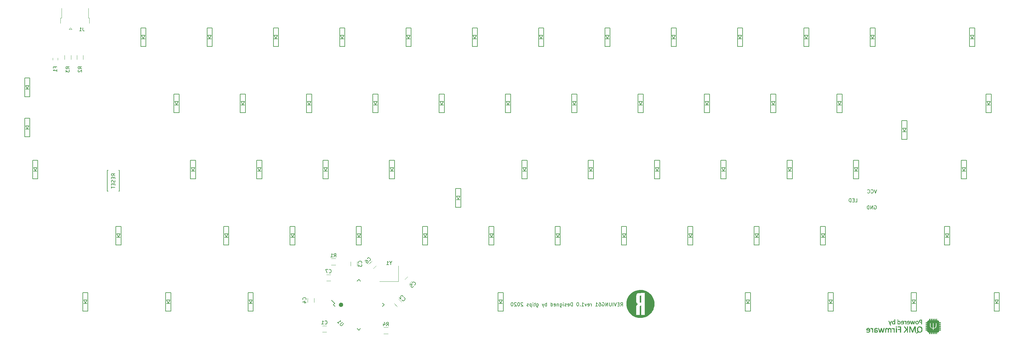
<source format=gbr>
G04 #@! TF.GenerationSoftware,KiCad,Pcbnew,(5.1.6-0-10_14)*
G04 #@! TF.CreationDate,2020-07-08T09:47:10+09:00*
G04 #@! TF.ProjectId,reviung61,72657669-756e-4673-9631-2e6b69636164,1.0*
G04 #@! TF.SameCoordinates,Original*
G04 #@! TF.FileFunction,Legend,Bot*
G04 #@! TF.FilePolarity,Positive*
%FSLAX46Y46*%
G04 Gerber Fmt 4.6, Leading zero omitted, Abs format (unit mm)*
G04 Created by KiCad (PCBNEW (5.1.6-0-10_14)) date 2020-07-08 09:47:10*
%MOMM*%
%LPD*%
G01*
G04 APERTURE LIST*
%ADD10C,0.700000*%
%ADD11C,0.150000*%
%ADD12C,0.010000*%
%ADD13C,0.120000*%
G04 APERTURE END LIST*
D10*
X115200000Y-105300000D02*
G75*
G03*
X115200000Y-105300000I-300000J0D01*
G01*
D11*
X195252380Y-105652380D02*
X195585714Y-105176190D01*
X195823809Y-105652380D02*
X195823809Y-104652380D01*
X195442857Y-104652380D01*
X195347619Y-104700000D01*
X195300000Y-104747619D01*
X195252380Y-104842857D01*
X195252380Y-104985714D01*
X195300000Y-105080952D01*
X195347619Y-105128571D01*
X195442857Y-105176190D01*
X195823809Y-105176190D01*
X194823809Y-105128571D02*
X194490476Y-105128571D01*
X194347619Y-105652380D02*
X194823809Y-105652380D01*
X194823809Y-104652380D01*
X194347619Y-104652380D01*
X194061904Y-104652380D02*
X193728571Y-105652380D01*
X193395238Y-104652380D01*
X193061904Y-105652380D02*
X193061904Y-104652380D01*
X192585714Y-104652380D02*
X192585714Y-105461904D01*
X192538095Y-105557142D01*
X192490476Y-105604761D01*
X192395238Y-105652380D01*
X192204761Y-105652380D01*
X192109523Y-105604761D01*
X192061904Y-105557142D01*
X192014285Y-105461904D01*
X192014285Y-104652380D01*
X191538095Y-105652380D02*
X191538095Y-104652380D01*
X190966666Y-105652380D01*
X190966666Y-104652380D01*
X189966666Y-104700000D02*
X190061904Y-104652380D01*
X190204761Y-104652380D01*
X190347619Y-104700000D01*
X190442857Y-104795238D01*
X190490476Y-104890476D01*
X190538095Y-105080952D01*
X190538095Y-105223809D01*
X190490476Y-105414285D01*
X190442857Y-105509523D01*
X190347619Y-105604761D01*
X190204761Y-105652380D01*
X190109523Y-105652380D01*
X189966666Y-105604761D01*
X189919047Y-105557142D01*
X189919047Y-105223809D01*
X190109523Y-105223809D01*
X189061904Y-104652380D02*
X189252380Y-104652380D01*
X189347619Y-104700000D01*
X189395238Y-104747619D01*
X189490476Y-104890476D01*
X189538095Y-105080952D01*
X189538095Y-105461904D01*
X189490476Y-105557142D01*
X189442857Y-105604761D01*
X189347619Y-105652380D01*
X189157142Y-105652380D01*
X189061904Y-105604761D01*
X189014285Y-105557142D01*
X188966666Y-105461904D01*
X188966666Y-105223809D01*
X189014285Y-105128571D01*
X189061904Y-105080952D01*
X189157142Y-105033333D01*
X189347619Y-105033333D01*
X189442857Y-105080952D01*
X189490476Y-105128571D01*
X189538095Y-105223809D01*
X188014285Y-105652380D02*
X188585714Y-105652380D01*
X188300000Y-105652380D02*
X188300000Y-104652380D01*
X188395238Y-104795238D01*
X188490476Y-104890476D01*
X188585714Y-104938095D01*
X186823809Y-105652380D02*
X186823809Y-104985714D01*
X186823809Y-105176190D02*
X186776190Y-105080952D01*
X186728571Y-105033333D01*
X186633333Y-104985714D01*
X186538095Y-104985714D01*
X185823809Y-105604761D02*
X185919047Y-105652380D01*
X186109523Y-105652380D01*
X186204761Y-105604761D01*
X186252380Y-105509523D01*
X186252380Y-105128571D01*
X186204761Y-105033333D01*
X186109523Y-104985714D01*
X185919047Y-104985714D01*
X185823809Y-105033333D01*
X185776190Y-105128571D01*
X185776190Y-105223809D01*
X186252380Y-105319047D01*
X185442857Y-104985714D02*
X185204761Y-105652380D01*
X184966666Y-104985714D01*
X184061904Y-105652380D02*
X184633333Y-105652380D01*
X184347619Y-105652380D02*
X184347619Y-104652380D01*
X184442857Y-104795238D01*
X184538095Y-104890476D01*
X184633333Y-104938095D01*
X183633333Y-105557142D02*
X183585714Y-105604761D01*
X183633333Y-105652380D01*
X183680952Y-105604761D01*
X183633333Y-105557142D01*
X183633333Y-105652380D01*
X182966666Y-104652380D02*
X182871428Y-104652380D01*
X182776190Y-104700000D01*
X182728571Y-104747619D01*
X182680952Y-104842857D01*
X182633333Y-105033333D01*
X182633333Y-105271428D01*
X182680952Y-105461904D01*
X182728571Y-105557142D01*
X182776190Y-105604761D01*
X182871428Y-105652380D01*
X182966666Y-105652380D01*
X183061904Y-105604761D01*
X183109523Y-105557142D01*
X183157142Y-105461904D01*
X183204761Y-105271428D01*
X183204761Y-105033333D01*
X183157142Y-104842857D01*
X183109523Y-104747619D01*
X183061904Y-104700000D01*
X182966666Y-104652380D01*
X181442857Y-105652380D02*
X181442857Y-104652380D01*
X181204761Y-104652380D01*
X181061904Y-104700000D01*
X180966666Y-104795238D01*
X180919047Y-104890476D01*
X180871428Y-105080952D01*
X180871428Y-105223809D01*
X180919047Y-105414285D01*
X180966666Y-105509523D01*
X181061904Y-105604761D01*
X181204761Y-105652380D01*
X181442857Y-105652380D01*
X180061904Y-105604761D02*
X180157142Y-105652380D01*
X180347619Y-105652380D01*
X180442857Y-105604761D01*
X180490476Y-105509523D01*
X180490476Y-105128571D01*
X180442857Y-105033333D01*
X180347619Y-104985714D01*
X180157142Y-104985714D01*
X180061904Y-105033333D01*
X180014285Y-105128571D01*
X180014285Y-105223809D01*
X180490476Y-105319047D01*
X179633333Y-105604761D02*
X179538095Y-105652380D01*
X179347619Y-105652380D01*
X179252380Y-105604761D01*
X179204761Y-105509523D01*
X179204761Y-105461904D01*
X179252380Y-105366666D01*
X179347619Y-105319047D01*
X179490476Y-105319047D01*
X179585714Y-105271428D01*
X179633333Y-105176190D01*
X179633333Y-105128571D01*
X179585714Y-105033333D01*
X179490476Y-104985714D01*
X179347619Y-104985714D01*
X179252380Y-105033333D01*
X178776190Y-105652380D02*
X178776190Y-104985714D01*
X178776190Y-104652380D02*
X178823809Y-104700000D01*
X178776190Y-104747619D01*
X178728571Y-104700000D01*
X178776190Y-104652380D01*
X178776190Y-104747619D01*
X177871428Y-104985714D02*
X177871428Y-105795238D01*
X177919047Y-105890476D01*
X177966666Y-105938095D01*
X178061904Y-105985714D01*
X178204761Y-105985714D01*
X178300000Y-105938095D01*
X177871428Y-105604761D02*
X177966666Y-105652380D01*
X178157142Y-105652380D01*
X178252380Y-105604761D01*
X178300000Y-105557142D01*
X178347619Y-105461904D01*
X178347619Y-105176190D01*
X178300000Y-105080952D01*
X178252380Y-105033333D01*
X178157142Y-104985714D01*
X177966666Y-104985714D01*
X177871428Y-105033333D01*
X177395238Y-104985714D02*
X177395238Y-105652380D01*
X177395238Y-105080952D02*
X177347619Y-105033333D01*
X177252380Y-104985714D01*
X177109523Y-104985714D01*
X177014285Y-105033333D01*
X176966666Y-105128571D01*
X176966666Y-105652380D01*
X176109523Y-105604761D02*
X176204761Y-105652380D01*
X176395238Y-105652380D01*
X176490476Y-105604761D01*
X176538095Y-105509523D01*
X176538095Y-105128571D01*
X176490476Y-105033333D01*
X176395238Y-104985714D01*
X176204761Y-104985714D01*
X176109523Y-105033333D01*
X176061904Y-105128571D01*
X176061904Y-105223809D01*
X176538095Y-105319047D01*
X175204761Y-105652380D02*
X175204761Y-104652380D01*
X175204761Y-105604761D02*
X175300000Y-105652380D01*
X175490476Y-105652380D01*
X175585714Y-105604761D01*
X175633333Y-105557142D01*
X175680952Y-105461904D01*
X175680952Y-105176190D01*
X175633333Y-105080952D01*
X175585714Y-105033333D01*
X175490476Y-104985714D01*
X175300000Y-104985714D01*
X175204761Y-105033333D01*
X173966666Y-105652380D02*
X173966666Y-104652380D01*
X173966666Y-105033333D02*
X173871428Y-104985714D01*
X173680952Y-104985714D01*
X173585714Y-105033333D01*
X173538095Y-105080952D01*
X173490476Y-105176190D01*
X173490476Y-105461904D01*
X173538095Y-105557142D01*
X173585714Y-105604761D01*
X173680952Y-105652380D01*
X173871428Y-105652380D01*
X173966666Y-105604761D01*
X173157142Y-104985714D02*
X172919047Y-105652380D01*
X172680952Y-104985714D02*
X172919047Y-105652380D01*
X173014285Y-105890476D01*
X173061904Y-105938095D01*
X173157142Y-105985714D01*
X171109523Y-104985714D02*
X171109523Y-105795238D01*
X171157142Y-105890476D01*
X171204761Y-105938095D01*
X171300000Y-105985714D01*
X171442857Y-105985714D01*
X171538095Y-105938095D01*
X171109523Y-105604761D02*
X171204761Y-105652380D01*
X171395238Y-105652380D01*
X171490476Y-105604761D01*
X171538095Y-105557142D01*
X171585714Y-105461904D01*
X171585714Y-105176190D01*
X171538095Y-105080952D01*
X171490476Y-105033333D01*
X171395238Y-104985714D01*
X171204761Y-104985714D01*
X171109523Y-105033333D01*
X170776190Y-104985714D02*
X170395238Y-104985714D01*
X170633333Y-104652380D02*
X170633333Y-105509523D01*
X170585714Y-105604761D01*
X170490476Y-105652380D01*
X170395238Y-105652380D01*
X170061904Y-105652380D02*
X170061904Y-104985714D01*
X170061904Y-104652380D02*
X170109523Y-104700000D01*
X170061904Y-104747619D01*
X170014285Y-104700000D01*
X170061904Y-104652380D01*
X170061904Y-104747619D01*
X169585714Y-104985714D02*
X169585714Y-105985714D01*
X169585714Y-105033333D02*
X169490476Y-104985714D01*
X169300000Y-104985714D01*
X169204761Y-105033333D01*
X169157142Y-105080952D01*
X169109523Y-105176190D01*
X169109523Y-105461904D01*
X169157142Y-105557142D01*
X169204761Y-105604761D01*
X169300000Y-105652380D01*
X169490476Y-105652380D01*
X169585714Y-105604761D01*
X168728571Y-105604761D02*
X168633333Y-105652380D01*
X168442857Y-105652380D01*
X168347619Y-105604761D01*
X168300000Y-105509523D01*
X168300000Y-105461904D01*
X168347619Y-105366666D01*
X168442857Y-105319047D01*
X168585714Y-105319047D01*
X168680952Y-105271428D01*
X168728571Y-105176190D01*
X168728571Y-105128571D01*
X168680952Y-105033333D01*
X168585714Y-104985714D01*
X168442857Y-104985714D01*
X168347619Y-105033333D01*
X167157142Y-104747619D02*
X167109523Y-104700000D01*
X167014285Y-104652380D01*
X166776190Y-104652380D01*
X166680952Y-104700000D01*
X166633333Y-104747619D01*
X166585714Y-104842857D01*
X166585714Y-104938095D01*
X166633333Y-105080952D01*
X167204761Y-105652380D01*
X166585714Y-105652380D01*
X165966666Y-104652380D02*
X165871428Y-104652380D01*
X165776190Y-104700000D01*
X165728571Y-104747619D01*
X165680952Y-104842857D01*
X165633333Y-105033333D01*
X165633333Y-105271428D01*
X165680952Y-105461904D01*
X165728571Y-105557142D01*
X165776190Y-105604761D01*
X165871428Y-105652380D01*
X165966666Y-105652380D01*
X166061904Y-105604761D01*
X166109523Y-105557142D01*
X166157142Y-105461904D01*
X166204761Y-105271428D01*
X166204761Y-105033333D01*
X166157142Y-104842857D01*
X166109523Y-104747619D01*
X166061904Y-104700000D01*
X165966666Y-104652380D01*
X165252380Y-104747619D02*
X165204761Y-104700000D01*
X165109523Y-104652380D01*
X164871428Y-104652380D01*
X164776190Y-104700000D01*
X164728571Y-104747619D01*
X164680952Y-104842857D01*
X164680952Y-104938095D01*
X164728571Y-105080952D01*
X165300000Y-105652380D01*
X164680952Y-105652380D01*
X164061904Y-104652380D02*
X163966666Y-104652380D01*
X163871428Y-104700000D01*
X163823809Y-104747619D01*
X163776190Y-104842857D01*
X163728571Y-105033333D01*
X163728571Y-105271428D01*
X163776190Y-105461904D01*
X163823809Y-105557142D01*
X163871428Y-105604761D01*
X163966666Y-105652380D01*
X164061904Y-105652380D01*
X164157142Y-105604761D01*
X164204761Y-105557142D01*
X164252380Y-105461904D01*
X164300000Y-105271428D01*
X164300000Y-105033333D01*
X164252380Y-104842857D01*
X164204761Y-104747619D01*
X164157142Y-104700000D01*
X164061904Y-104652380D01*
D12*
G36*
X283948533Y-109346136D02*
G01*
X283917227Y-109366083D01*
X283898573Y-109407645D01*
X283889558Y-109477628D01*
X283887168Y-109582835D01*
X283887167Y-109585688D01*
X283887167Y-109779577D01*
X283773451Y-109791313D01*
X283630326Y-109824947D01*
X283506275Y-109891163D01*
X283406303Y-109984688D01*
X283335413Y-110100248D01*
X283298609Y-110232567D01*
X283294500Y-110296161D01*
X283294500Y-110378166D01*
X283097650Y-110378166D01*
X282991575Y-110380155D01*
X282920772Y-110388571D01*
X282878270Y-110407086D01*
X282857099Y-110439375D01*
X282850287Y-110489109D01*
X282850000Y-110508655D01*
X282855342Y-110560681D01*
X282875706Y-110595984D01*
X282917604Y-110617620D01*
X282987545Y-110628643D01*
X283092039Y-110632109D01*
X283113192Y-110632166D01*
X283294500Y-110632166D01*
X283294500Y-110758426D01*
X283294501Y-110884685D01*
X283077542Y-110890717D01*
X282860584Y-110896750D01*
X282860584Y-111108416D01*
X283077542Y-111114448D01*
X283294501Y-111120480D01*
X283294500Y-111246740D01*
X283294500Y-111373000D01*
X283096009Y-111373000D01*
X282988778Y-111375195D01*
X282917283Y-111384304D01*
X282875041Y-111404113D01*
X282855571Y-111438409D01*
X282852390Y-111490978D01*
X282853926Y-111514397D01*
X282860584Y-111595250D01*
X283077542Y-111601282D01*
X283294501Y-111607314D01*
X283294500Y-111743416D01*
X283294500Y-111879519D01*
X282860584Y-111891583D01*
X282860584Y-112103250D01*
X283294500Y-112115314D01*
X283294500Y-112367833D01*
X283096009Y-112367833D01*
X282988778Y-112370028D01*
X282917283Y-112379137D01*
X282875041Y-112398947D01*
X282855571Y-112433243D01*
X282852390Y-112485811D01*
X282853926Y-112509231D01*
X282860584Y-112590083D01*
X283294500Y-112602147D01*
X283294707Y-112701948D01*
X283312906Y-112820417D01*
X283361981Y-112940231D01*
X283434350Y-113045045D01*
X283470765Y-113081453D01*
X283553665Y-113136201D01*
X283658974Y-113181220D01*
X283766831Y-113209089D01*
X283826742Y-113214500D01*
X283885634Y-113214500D01*
X283897750Y-113627250D01*
X284008875Y-113633647D01*
X284120000Y-113640045D01*
X284120000Y-113214500D01*
X284395167Y-113214500D01*
X284395167Y-113640045D01*
X284506292Y-113633647D01*
X284617417Y-113627250D01*
X284629533Y-113214500D01*
X284880468Y-113214500D01*
X284892584Y-113627250D01*
X285003709Y-113633647D01*
X285114834Y-113640045D01*
X285114834Y-113214500D01*
X285390000Y-113214500D01*
X285390000Y-113640045D01*
X285501125Y-113633647D01*
X285612250Y-113627250D01*
X285618309Y-113420875D01*
X285624367Y-113214500D01*
X285875301Y-113214500D01*
X285887417Y-113627250D01*
X285998542Y-113633647D01*
X286109667Y-113640045D01*
X286109667Y-113220328D01*
X286227907Y-113206431D01*
X286357810Y-113179227D01*
X286465579Y-113127025D01*
X286550681Y-113058671D01*
X286626235Y-112972894D01*
X286672982Y-112879321D01*
X286697831Y-112763181D01*
X286700559Y-112738250D01*
X286712917Y-112611250D01*
X286929876Y-112605217D01*
X287146834Y-112599185D01*
X287146834Y-112496357D01*
X287145132Y-112442345D01*
X287135343Y-112406076D01*
X287110443Y-112384021D01*
X287063408Y-112372650D01*
X286987213Y-112368431D01*
X286891103Y-112367833D01*
X286702334Y-112367833D01*
X286702334Y-112115314D01*
X287136250Y-112103250D01*
X287136250Y-111891583D01*
X286918302Y-111885540D01*
X286700353Y-111879497D01*
X286706635Y-111747956D01*
X286712917Y-111616416D01*
X286929875Y-111610384D01*
X287146834Y-111604352D01*
X287146834Y-111501524D01*
X287145132Y-111447511D01*
X287135343Y-111411243D01*
X287110443Y-111389188D01*
X287063408Y-111377816D01*
X286987213Y-111373598D01*
X286891103Y-111372999D01*
X286702334Y-111373000D01*
X286702334Y-111120480D01*
X287136250Y-111108416D01*
X287136250Y-110896750D01*
X286919292Y-110890717D01*
X286702334Y-110884685D01*
X286702334Y-110632166D01*
X286891103Y-110632166D01*
X286998579Y-110631299D01*
X287070749Y-110626374D01*
X287114636Y-110613901D01*
X287137263Y-110590395D01*
X287145651Y-110552366D01*
X287146823Y-110505579D01*
X285986508Y-110505579D01*
X285978163Y-111018664D01*
X285974189Y-111206091D01*
X285968195Y-111357147D01*
X285958941Y-111477787D01*
X285945189Y-111573965D01*
X285925700Y-111651636D01*
X285899235Y-111716756D01*
X285864555Y-111775279D01*
X285820421Y-111833160D01*
X285804884Y-111851603D01*
X285712715Y-111934431D01*
X285591600Y-112007818D01*
X285454768Y-112065975D01*
X285315447Y-112103114D01*
X285205637Y-112113833D01*
X285136000Y-112113833D01*
X285136000Y-112311388D01*
X285134483Y-112399147D01*
X285130413Y-112470376D01*
X285124514Y-112514837D01*
X285120966Y-112523979D01*
X285093038Y-112531239D01*
X285037036Y-112534021D01*
X284988674Y-112532798D01*
X284871417Y-112526583D01*
X284859369Y-112119489D01*
X284744122Y-112105944D01*
X284558381Y-112066131D01*
X284395814Y-111994222D01*
X284259640Y-111892312D01*
X284153079Y-111762498D01*
X284116483Y-111697242D01*
X284045917Y-111553997D01*
X284039624Y-111021844D01*
X284033331Y-110489692D01*
X284097832Y-110476791D01*
X284168298Y-110471444D01*
X284225834Y-110476591D01*
X284289334Y-110489291D01*
X284289334Y-110926698D01*
X284290975Y-111117374D01*
X284296510Y-111271502D01*
X284306860Y-111394763D01*
X284322945Y-111492837D01*
X284345685Y-111571406D01*
X284376000Y-111636150D01*
X284413026Y-111690500D01*
X284497920Y-111769099D01*
X284610141Y-111831059D01*
X284735716Y-111869033D01*
X284759999Y-111872940D01*
X284860248Y-111886673D01*
X284865833Y-111190628D01*
X284871417Y-110494583D01*
X284945500Y-110476725D01*
X285031028Y-110470762D01*
X285077792Y-110481493D01*
X285136000Y-110504118D01*
X285136000Y-111881000D01*
X285185075Y-111881000D01*
X285274817Y-111868284D01*
X285377217Y-111835056D01*
X285473089Y-111788696D01*
X285531413Y-111747799D01*
X285579143Y-111702929D01*
X285616795Y-111657945D01*
X285645700Y-111607128D01*
X285667190Y-111544757D01*
X285682596Y-111465112D01*
X285693249Y-111362472D01*
X285700480Y-111231117D01*
X285705621Y-111065327D01*
X285707305Y-110992000D01*
X285718084Y-110494583D01*
X285792167Y-110476725D01*
X285881444Y-110471270D01*
X285926379Y-110482223D01*
X285986508Y-110505579D01*
X287146823Y-110505579D01*
X287146834Y-110505166D01*
X287145088Y-110451792D01*
X287135170Y-110415951D01*
X287110055Y-110394156D01*
X287062721Y-110382919D01*
X286986145Y-110378753D01*
X286891103Y-110378166D01*
X286702334Y-110378166D01*
X286702334Y-110276489D01*
X286682385Y-110146014D01*
X286626658Y-110027107D01*
X286541334Y-109925711D01*
X286432593Y-109847767D01*
X286306614Y-109799218D01*
X286191673Y-109785500D01*
X286109667Y-109785500D01*
X286109667Y-109576097D01*
X286108520Y-109473728D01*
X286102670Y-109406377D01*
X286088500Y-109366742D01*
X286062396Y-109347522D01*
X286020741Y-109341416D01*
X285993251Y-109341000D01*
X285942559Y-109343315D01*
X285909208Y-109355130D01*
X285889581Y-109383745D01*
X285880064Y-109436462D01*
X285877040Y-109520582D01*
X285876834Y-109576097D01*
X285876834Y-109785500D01*
X285622834Y-109785500D01*
X285622834Y-109587008D01*
X285620639Y-109479777D01*
X285611529Y-109408282D01*
X285591720Y-109366040D01*
X285557424Y-109346570D01*
X285504856Y-109343389D01*
X285481436Y-109344925D01*
X285400584Y-109351583D01*
X285388520Y-109785499D01*
X285251677Y-109785499D01*
X285114834Y-109785500D01*
X285114834Y-109576097D01*
X285113687Y-109473728D01*
X285107837Y-109406377D01*
X285093667Y-109366742D01*
X285067562Y-109347522D01*
X285025908Y-109341416D01*
X284998417Y-109341000D01*
X284947726Y-109343315D01*
X284914374Y-109355130D01*
X284894748Y-109383745D01*
X284885231Y-109436462D01*
X284882207Y-109520582D01*
X284882000Y-109576097D01*
X284882000Y-109785500D01*
X284628000Y-109785500D01*
X284628000Y-109587008D01*
X284625805Y-109479777D01*
X284616696Y-109408282D01*
X284596887Y-109366040D01*
X284562591Y-109346570D01*
X284510022Y-109343389D01*
X284486603Y-109344925D01*
X284405750Y-109351583D01*
X284399718Y-109568541D01*
X284393686Y-109785500D01*
X284120000Y-109785500D01*
X284120000Y-109576097D01*
X284118919Y-109473784D01*
X284113091Y-109406481D01*
X284098644Y-109366871D01*
X284071703Y-109347640D01*
X284028395Y-109341473D01*
X283995503Y-109341000D01*
X283948533Y-109346136D01*
G37*
X283948533Y-109346136D02*
X283917227Y-109366083D01*
X283898573Y-109407645D01*
X283889558Y-109477628D01*
X283887168Y-109582835D01*
X283887167Y-109585688D01*
X283887167Y-109779577D01*
X283773451Y-109791313D01*
X283630326Y-109824947D01*
X283506275Y-109891163D01*
X283406303Y-109984688D01*
X283335413Y-110100248D01*
X283298609Y-110232567D01*
X283294500Y-110296161D01*
X283294500Y-110378166D01*
X283097650Y-110378166D01*
X282991575Y-110380155D01*
X282920772Y-110388571D01*
X282878270Y-110407086D01*
X282857099Y-110439375D01*
X282850287Y-110489109D01*
X282850000Y-110508655D01*
X282855342Y-110560681D01*
X282875706Y-110595984D01*
X282917604Y-110617620D01*
X282987545Y-110628643D01*
X283092039Y-110632109D01*
X283113192Y-110632166D01*
X283294500Y-110632166D01*
X283294500Y-110758426D01*
X283294501Y-110884685D01*
X283077542Y-110890717D01*
X282860584Y-110896750D01*
X282860584Y-111108416D01*
X283077542Y-111114448D01*
X283294501Y-111120480D01*
X283294500Y-111246740D01*
X283294500Y-111373000D01*
X283096009Y-111373000D01*
X282988778Y-111375195D01*
X282917283Y-111384304D01*
X282875041Y-111404113D01*
X282855571Y-111438409D01*
X282852390Y-111490978D01*
X282853926Y-111514397D01*
X282860584Y-111595250D01*
X283077542Y-111601282D01*
X283294501Y-111607314D01*
X283294500Y-111743416D01*
X283294500Y-111879519D01*
X282860584Y-111891583D01*
X282860584Y-112103250D01*
X283294500Y-112115314D01*
X283294500Y-112367833D01*
X283096009Y-112367833D01*
X282988778Y-112370028D01*
X282917283Y-112379137D01*
X282875041Y-112398947D01*
X282855571Y-112433243D01*
X282852390Y-112485811D01*
X282853926Y-112509231D01*
X282860584Y-112590083D01*
X283294500Y-112602147D01*
X283294707Y-112701948D01*
X283312906Y-112820417D01*
X283361981Y-112940231D01*
X283434350Y-113045045D01*
X283470765Y-113081453D01*
X283553665Y-113136201D01*
X283658974Y-113181220D01*
X283766831Y-113209089D01*
X283826742Y-113214500D01*
X283885634Y-113214500D01*
X283897750Y-113627250D01*
X284008875Y-113633647D01*
X284120000Y-113640045D01*
X284120000Y-113214500D01*
X284395167Y-113214500D01*
X284395167Y-113640045D01*
X284506292Y-113633647D01*
X284617417Y-113627250D01*
X284629533Y-113214500D01*
X284880468Y-113214500D01*
X284892584Y-113627250D01*
X285003709Y-113633647D01*
X285114834Y-113640045D01*
X285114834Y-113214500D01*
X285390000Y-113214500D01*
X285390000Y-113640045D01*
X285501125Y-113633647D01*
X285612250Y-113627250D01*
X285618309Y-113420875D01*
X285624367Y-113214500D01*
X285875301Y-113214500D01*
X285887417Y-113627250D01*
X285998542Y-113633647D01*
X286109667Y-113640045D01*
X286109667Y-113220328D01*
X286227907Y-113206431D01*
X286357810Y-113179227D01*
X286465579Y-113127025D01*
X286550681Y-113058671D01*
X286626235Y-112972894D01*
X286672982Y-112879321D01*
X286697831Y-112763181D01*
X286700559Y-112738250D01*
X286712917Y-112611250D01*
X286929876Y-112605217D01*
X287146834Y-112599185D01*
X287146834Y-112496357D01*
X287145132Y-112442345D01*
X287135343Y-112406076D01*
X287110443Y-112384021D01*
X287063408Y-112372650D01*
X286987213Y-112368431D01*
X286891103Y-112367833D01*
X286702334Y-112367833D01*
X286702334Y-112115314D01*
X287136250Y-112103250D01*
X287136250Y-111891583D01*
X286918302Y-111885540D01*
X286700353Y-111879497D01*
X286706635Y-111747956D01*
X286712917Y-111616416D01*
X286929875Y-111610384D01*
X287146834Y-111604352D01*
X287146834Y-111501524D01*
X287145132Y-111447511D01*
X287135343Y-111411243D01*
X287110443Y-111389188D01*
X287063408Y-111377816D01*
X286987213Y-111373598D01*
X286891103Y-111372999D01*
X286702334Y-111373000D01*
X286702334Y-111120480D01*
X287136250Y-111108416D01*
X287136250Y-110896750D01*
X286919292Y-110890717D01*
X286702334Y-110884685D01*
X286702334Y-110632166D01*
X286891103Y-110632166D01*
X286998579Y-110631299D01*
X287070749Y-110626374D01*
X287114636Y-110613901D01*
X287137263Y-110590395D01*
X287145651Y-110552366D01*
X287146823Y-110505579D01*
X285986508Y-110505579D01*
X285978163Y-111018664D01*
X285974189Y-111206091D01*
X285968195Y-111357147D01*
X285958941Y-111477787D01*
X285945189Y-111573965D01*
X285925700Y-111651636D01*
X285899235Y-111716756D01*
X285864555Y-111775279D01*
X285820421Y-111833160D01*
X285804884Y-111851603D01*
X285712715Y-111934431D01*
X285591600Y-112007818D01*
X285454768Y-112065975D01*
X285315447Y-112103114D01*
X285205637Y-112113833D01*
X285136000Y-112113833D01*
X285136000Y-112311388D01*
X285134483Y-112399147D01*
X285130413Y-112470376D01*
X285124514Y-112514837D01*
X285120966Y-112523979D01*
X285093038Y-112531239D01*
X285037036Y-112534021D01*
X284988674Y-112532798D01*
X284871417Y-112526583D01*
X284859369Y-112119489D01*
X284744122Y-112105944D01*
X284558381Y-112066131D01*
X284395814Y-111994222D01*
X284259640Y-111892312D01*
X284153079Y-111762498D01*
X284116483Y-111697242D01*
X284045917Y-111553997D01*
X284039624Y-111021844D01*
X284033331Y-110489692D01*
X284097832Y-110476791D01*
X284168298Y-110471444D01*
X284225834Y-110476591D01*
X284289334Y-110489291D01*
X284289334Y-110926698D01*
X284290975Y-111117374D01*
X284296510Y-111271502D01*
X284306860Y-111394763D01*
X284322945Y-111492837D01*
X284345685Y-111571406D01*
X284376000Y-111636150D01*
X284413026Y-111690500D01*
X284497920Y-111769099D01*
X284610141Y-111831059D01*
X284735716Y-111869033D01*
X284759999Y-111872940D01*
X284860248Y-111886673D01*
X284865833Y-111190628D01*
X284871417Y-110494583D01*
X284945500Y-110476725D01*
X285031028Y-110470762D01*
X285077792Y-110481493D01*
X285136000Y-110504118D01*
X285136000Y-111881000D01*
X285185075Y-111881000D01*
X285274817Y-111868284D01*
X285377217Y-111835056D01*
X285473089Y-111788696D01*
X285531413Y-111747799D01*
X285579143Y-111702929D01*
X285616795Y-111657945D01*
X285645700Y-111607128D01*
X285667190Y-111544757D01*
X285682596Y-111465112D01*
X285693249Y-111362472D01*
X285700480Y-111231117D01*
X285705621Y-111065327D01*
X285707305Y-110992000D01*
X285718084Y-110494583D01*
X285792167Y-110476725D01*
X285881444Y-110471270D01*
X285926379Y-110482223D01*
X285986508Y-110505579D01*
X287146823Y-110505579D01*
X287146834Y-110505166D01*
X287145088Y-110451792D01*
X287135170Y-110415951D01*
X287110055Y-110394156D01*
X287062721Y-110382919D01*
X286986145Y-110378753D01*
X286891103Y-110378166D01*
X286702334Y-110378166D01*
X286702334Y-110276489D01*
X286682385Y-110146014D01*
X286626658Y-110027107D01*
X286541334Y-109925711D01*
X286432593Y-109847767D01*
X286306614Y-109799218D01*
X286191673Y-109785500D01*
X286109667Y-109785500D01*
X286109667Y-109576097D01*
X286108520Y-109473728D01*
X286102670Y-109406377D01*
X286088500Y-109366742D01*
X286062396Y-109347522D01*
X286020741Y-109341416D01*
X285993251Y-109341000D01*
X285942559Y-109343315D01*
X285909208Y-109355130D01*
X285889581Y-109383745D01*
X285880064Y-109436462D01*
X285877040Y-109520582D01*
X285876834Y-109576097D01*
X285876834Y-109785500D01*
X285622834Y-109785500D01*
X285622834Y-109587008D01*
X285620639Y-109479777D01*
X285611529Y-109408282D01*
X285591720Y-109366040D01*
X285557424Y-109346570D01*
X285504856Y-109343389D01*
X285481436Y-109344925D01*
X285400584Y-109351583D01*
X285388520Y-109785499D01*
X285251677Y-109785499D01*
X285114834Y-109785500D01*
X285114834Y-109576097D01*
X285113687Y-109473728D01*
X285107837Y-109406377D01*
X285093667Y-109366742D01*
X285067562Y-109347522D01*
X285025908Y-109341416D01*
X284998417Y-109341000D01*
X284947726Y-109343315D01*
X284914374Y-109355130D01*
X284894748Y-109383745D01*
X284885231Y-109436462D01*
X284882207Y-109520582D01*
X284882000Y-109576097D01*
X284882000Y-109785500D01*
X284628000Y-109785500D01*
X284628000Y-109587008D01*
X284625805Y-109479777D01*
X284616696Y-109408282D01*
X284596887Y-109366040D01*
X284562591Y-109346570D01*
X284510022Y-109343389D01*
X284486603Y-109344925D01*
X284405750Y-109351583D01*
X284399718Y-109568541D01*
X284393686Y-109785500D01*
X284120000Y-109785500D01*
X284120000Y-109576097D01*
X284118919Y-109473784D01*
X284113091Y-109406481D01*
X284098644Y-109366871D01*
X284071703Y-109347640D01*
X284028395Y-109341473D01*
X283995503Y-109341000D01*
X283948533Y-109346136D01*
G36*
X281007750Y-111536109D02*
G01*
X280866411Y-111558713D01*
X280793517Y-111581475D01*
X280660602Y-111655792D01*
X280551171Y-111763521D01*
X280466664Y-111901932D01*
X280408521Y-112068299D01*
X280378179Y-112259891D01*
X280373868Y-112377012D01*
X280383893Y-112522929D01*
X280410987Y-112670516D01*
X280451894Y-112808583D01*
X280503358Y-112925941D01*
X280556779Y-113005489D01*
X280571980Y-113030509D01*
X280563297Y-113055209D01*
X280525825Y-113091292D01*
X280518072Y-113097860D01*
X280462256Y-113137914D01*
X280385650Y-113184372D01*
X280315252Y-113221869D01*
X280230289Y-113269499D01*
X280182379Y-113311159D01*
X280168890Y-113337435D01*
X280167570Y-113387549D01*
X280181389Y-113440339D01*
X280204416Y-113479348D01*
X280223741Y-113489666D01*
X280250781Y-113480483D01*
X280305198Y-113455993D01*
X280377006Y-113420784D01*
X280406172Y-113405861D01*
X280495515Y-113356174D01*
X280583134Y-113301707D01*
X280652113Y-113253064D01*
X280660280Y-113246539D01*
X280752438Y-113171022D01*
X280885761Y-113216264D01*
X280968341Y-113240472D01*
X281045508Y-113252427D01*
X281135672Y-113254201D01*
X281199000Y-113251503D01*
X281379608Y-113226343D01*
X281530450Y-113171829D01*
X281653433Y-113086693D01*
X281750467Y-112969667D01*
X281814692Y-112842364D01*
X281834794Y-112787566D01*
X281848700Y-112735104D01*
X281857518Y-112675372D01*
X281862358Y-112598761D01*
X281864173Y-112503831D01*
X281637917Y-112503831D01*
X281612270Y-112677752D01*
X281560719Y-112820917D01*
X281483766Y-112932209D01*
X281381912Y-113010513D01*
X281304061Y-113042748D01*
X281205218Y-113058436D01*
X281088788Y-113055883D01*
X280974496Y-113036836D01*
X280887396Y-113005840D01*
X280787812Y-112935654D01*
X280711382Y-112837073D01*
X280656603Y-112707167D01*
X280621971Y-112543004D01*
X280613941Y-112472754D01*
X280611130Y-112356383D01*
X280621043Y-112230231D01*
X280641525Y-112109500D01*
X280670421Y-112009393D01*
X280684044Y-111978150D01*
X280762498Y-111860914D01*
X280863058Y-111779309D01*
X280988780Y-111731164D01*
X281045871Y-111720910D01*
X281197453Y-111718521D01*
X281329575Y-111752903D01*
X281440555Y-111822408D01*
X281528710Y-111925388D01*
X281592360Y-112060195D01*
X281629821Y-112225180D01*
X281637161Y-112300269D01*
X281637917Y-112503831D01*
X281864173Y-112503831D01*
X281864330Y-112495665D01*
X281864599Y-112410166D01*
X281863903Y-112284905D01*
X281861069Y-112192334D01*
X281854978Y-112122819D01*
X281844511Y-112066729D01*
X281828549Y-112014433D01*
X281814249Y-111976784D01*
X281743146Y-111843829D01*
X281645204Y-111725282D01*
X281530067Y-111631191D01*
X281434600Y-111581269D01*
X281308294Y-111547382D01*
X281160527Y-111532330D01*
X281007750Y-111536109D01*
G37*
X281007750Y-111536109D02*
X280866411Y-111558713D01*
X280793517Y-111581475D01*
X280660602Y-111655792D01*
X280551171Y-111763521D01*
X280466664Y-111901932D01*
X280408521Y-112068299D01*
X280378179Y-112259891D01*
X280373868Y-112377012D01*
X280383893Y-112522929D01*
X280410987Y-112670516D01*
X280451894Y-112808583D01*
X280503358Y-112925941D01*
X280556779Y-113005489D01*
X280571980Y-113030509D01*
X280563297Y-113055209D01*
X280525825Y-113091292D01*
X280518072Y-113097860D01*
X280462256Y-113137914D01*
X280385650Y-113184372D01*
X280315252Y-113221869D01*
X280230289Y-113269499D01*
X280182379Y-113311159D01*
X280168890Y-113337435D01*
X280167570Y-113387549D01*
X280181389Y-113440339D01*
X280204416Y-113479348D01*
X280223741Y-113489666D01*
X280250781Y-113480483D01*
X280305198Y-113455993D01*
X280377006Y-113420784D01*
X280406172Y-113405861D01*
X280495515Y-113356174D01*
X280583134Y-113301707D01*
X280652113Y-113253064D01*
X280660280Y-113246539D01*
X280752438Y-113171022D01*
X280885761Y-113216264D01*
X280968341Y-113240472D01*
X281045508Y-113252427D01*
X281135672Y-113254201D01*
X281199000Y-113251503D01*
X281379608Y-113226343D01*
X281530450Y-113171829D01*
X281653433Y-113086693D01*
X281750467Y-112969667D01*
X281814692Y-112842364D01*
X281834794Y-112787566D01*
X281848700Y-112735104D01*
X281857518Y-112675372D01*
X281862358Y-112598761D01*
X281864173Y-112503831D01*
X281637917Y-112503831D01*
X281612270Y-112677752D01*
X281560719Y-112820917D01*
X281483766Y-112932209D01*
X281381912Y-113010513D01*
X281304061Y-113042748D01*
X281205218Y-113058436D01*
X281088788Y-113055883D01*
X280974496Y-113036836D01*
X280887396Y-113005840D01*
X280787812Y-112935654D01*
X280711382Y-112837073D01*
X280656603Y-112707167D01*
X280621971Y-112543004D01*
X280613941Y-112472754D01*
X280611130Y-112356383D01*
X280621043Y-112230231D01*
X280641525Y-112109500D01*
X280670421Y-112009393D01*
X280684044Y-111978150D01*
X280762498Y-111860914D01*
X280863058Y-111779309D01*
X280988780Y-111731164D01*
X281045871Y-111720910D01*
X281197453Y-111718521D01*
X281329575Y-111752903D01*
X281440555Y-111822408D01*
X281528710Y-111925388D01*
X281592360Y-112060195D01*
X281629821Y-112225180D01*
X281637161Y-112300269D01*
X281637917Y-112503831D01*
X281864173Y-112503831D01*
X281864330Y-112495665D01*
X281864599Y-112410166D01*
X281863903Y-112284905D01*
X281861069Y-112192334D01*
X281854978Y-112122819D01*
X281844511Y-112066729D01*
X281828549Y-112014433D01*
X281814249Y-111976784D01*
X281743146Y-111843829D01*
X281645204Y-111725282D01*
X281530067Y-111631191D01*
X281434600Y-111581269D01*
X281308294Y-111547382D01*
X281160527Y-111532330D01*
X281007750Y-111536109D01*
G36*
X268496481Y-111976036D02*
G01*
X268460359Y-111981815D01*
X268346453Y-112009748D01*
X268261109Y-112052998D01*
X268191329Y-112118840D01*
X268172225Y-112143097D01*
X268158533Y-112163782D01*
X268147926Y-112188327D01*
X268139921Y-112222259D01*
X268134041Y-112271110D01*
X268129803Y-112340407D01*
X268126728Y-112435681D01*
X268124336Y-112562461D01*
X268122240Y-112718581D01*
X268115897Y-113235666D01*
X268201615Y-113235666D01*
X268256340Y-113233238D01*
X268280837Y-113219995D01*
X268287171Y-113186999D01*
X268287334Y-113172166D01*
X268295358Y-113123838D01*
X268315388Y-113108832D01*
X268341363Y-113131634D01*
X268341595Y-113132008D01*
X268367662Y-113153313D01*
X268419558Y-113183514D01*
X268464553Y-113205885D01*
X268601424Y-113249273D01*
X268736496Y-113252937D01*
X268863874Y-113216829D01*
X268879568Y-113209208D01*
X268974637Y-113145483D01*
X269033841Y-113066158D01*
X269063039Y-112962787D01*
X269065542Y-112941155D01*
X269061166Y-112854452D01*
X268852946Y-112854452D01*
X268848614Y-112937677D01*
X268813155Y-113014715D01*
X268751053Y-113064719D01*
X268669363Y-113086280D01*
X268575141Y-113077987D01*
X268475440Y-113038431D01*
X268443184Y-113018708D01*
X268340250Y-112949916D01*
X268333930Y-112804333D01*
X268327609Y-112658749D01*
X268503728Y-112667993D01*
X268646641Y-112686142D01*
X268752737Y-112723468D01*
X268821633Y-112779671D01*
X268852946Y-112854452D01*
X269061166Y-112854452D01*
X269059338Y-112818246D01*
X269016449Y-112714512D01*
X268938538Y-112631191D01*
X268827265Y-112569521D01*
X268684294Y-112530742D01*
X268511285Y-112516092D01*
X268495159Y-112516000D01*
X268329667Y-112516000D01*
X268329667Y-112422127D01*
X268341272Y-112308210D01*
X268378073Y-112227364D01*
X268443052Y-112176627D01*
X268539188Y-112153036D01*
X268602862Y-112150516D01*
X268731909Y-112166464D01*
X268841556Y-112206833D01*
X268921795Y-112242967D01*
X268971313Y-112258229D01*
X268996717Y-112251716D01*
X269004615Y-112222521D01*
X269002987Y-112184727D01*
X268987478Y-112122963D01*
X268948934Y-112074934D01*
X268881457Y-112036282D01*
X268779145Y-112002644D01*
X268744700Y-111993836D01*
X268652348Y-111974466D01*
X268577129Y-111968851D01*
X268496481Y-111976036D01*
G37*
X268496481Y-111976036D02*
X268460359Y-111981815D01*
X268346453Y-112009748D01*
X268261109Y-112052998D01*
X268191329Y-112118840D01*
X268172225Y-112143097D01*
X268158533Y-112163782D01*
X268147926Y-112188327D01*
X268139921Y-112222259D01*
X268134041Y-112271110D01*
X268129803Y-112340407D01*
X268126728Y-112435681D01*
X268124336Y-112562461D01*
X268122240Y-112718581D01*
X268115897Y-113235666D01*
X268201615Y-113235666D01*
X268256340Y-113233238D01*
X268280837Y-113219995D01*
X268287171Y-113186999D01*
X268287334Y-113172166D01*
X268295358Y-113123838D01*
X268315388Y-113108832D01*
X268341363Y-113131634D01*
X268341595Y-113132008D01*
X268367662Y-113153313D01*
X268419558Y-113183514D01*
X268464553Y-113205885D01*
X268601424Y-113249273D01*
X268736496Y-113252937D01*
X268863874Y-113216829D01*
X268879568Y-113209208D01*
X268974637Y-113145483D01*
X269033841Y-113066158D01*
X269063039Y-112962787D01*
X269065542Y-112941155D01*
X269061166Y-112854452D01*
X268852946Y-112854452D01*
X268848614Y-112937677D01*
X268813155Y-113014715D01*
X268751053Y-113064719D01*
X268669363Y-113086280D01*
X268575141Y-113077987D01*
X268475440Y-113038431D01*
X268443184Y-113018708D01*
X268340250Y-112949916D01*
X268333930Y-112804333D01*
X268327609Y-112658749D01*
X268503728Y-112667993D01*
X268646641Y-112686142D01*
X268752737Y-112723468D01*
X268821633Y-112779671D01*
X268852946Y-112854452D01*
X269061166Y-112854452D01*
X269059338Y-112818246D01*
X269016449Y-112714512D01*
X268938538Y-112631191D01*
X268827265Y-112569521D01*
X268684294Y-112530742D01*
X268511285Y-112516092D01*
X268495159Y-112516000D01*
X268329667Y-112516000D01*
X268329667Y-112422127D01*
X268341272Y-112308210D01*
X268378073Y-112227364D01*
X268443052Y-112176627D01*
X268539188Y-112153036D01*
X268602862Y-112150516D01*
X268731909Y-112166464D01*
X268841556Y-112206833D01*
X268921795Y-112242967D01*
X268971313Y-112258229D01*
X268996717Y-112251716D01*
X269004615Y-112222521D01*
X269002987Y-112184727D01*
X268987478Y-112122963D01*
X268948934Y-112074934D01*
X268881457Y-112036282D01*
X268779145Y-112002644D01*
X268744700Y-111993836D01*
X268652348Y-111974466D01*
X268577129Y-111968851D01*
X268496481Y-111976036D01*
G36*
X266169781Y-111993696D02*
G01*
X266166481Y-111994646D01*
X266057138Y-112045061D01*
X265960570Y-112124098D01*
X265887447Y-112221272D01*
X265853838Y-112301842D01*
X265836497Y-112388104D01*
X265828195Y-112476927D01*
X265828902Y-112557004D01*
X265838593Y-112617029D01*
X265854674Y-112644379D01*
X265884613Y-112650424D01*
X265949683Y-112655719D01*
X266042685Y-112659937D01*
X266156421Y-112662754D01*
X266283690Y-112663842D01*
X266284196Y-112663842D01*
X266683474Y-112664166D01*
X266668629Y-112764708D01*
X266632930Y-112889696D01*
X266568420Y-112984626D01*
X266477112Y-113048455D01*
X266361021Y-113080141D01*
X266222162Y-113078641D01*
X266106479Y-113055699D01*
X266005973Y-113028799D01*
X265939552Y-113012617D01*
X265900195Y-113007757D01*
X265880880Y-113014822D01*
X265874586Y-113034415D01*
X265874291Y-113067139D01*
X265874334Y-113075639D01*
X265877599Y-113123022D01*
X265894097Y-113153374D01*
X265933885Y-113178941D01*
X265974606Y-113197735D01*
X266048405Y-113220472D01*
X266147506Y-113237973D01*
X266258039Y-113249184D01*
X266366130Y-113253051D01*
X266457909Y-113248518D01*
X266509471Y-113238400D01*
X266650341Y-113172025D01*
X266762258Y-113074905D01*
X266839105Y-112960500D01*
X266864128Y-112885503D01*
X266880668Y-112781815D01*
X266888274Y-112662306D01*
X266886499Y-112539850D01*
X266881857Y-112494833D01*
X266682031Y-112494833D01*
X266043667Y-112494833D01*
X266043667Y-112430490D01*
X266058475Y-112349301D01*
X266096776Y-112267206D01*
X266149382Y-112200995D01*
X266182537Y-112176645D01*
X266238619Y-112158113D01*
X266313656Y-112147002D01*
X266348497Y-112145583D01*
X266463686Y-112163593D01*
X266555994Y-112216895D01*
X266624177Y-112304393D01*
X266666990Y-112424993D01*
X266667216Y-112426041D01*
X266682031Y-112494833D01*
X266881857Y-112494833D01*
X266874893Y-112427318D01*
X266860083Y-112359275D01*
X266800485Y-112224423D01*
X266710826Y-112114997D01*
X266597015Y-112034104D01*
X266464964Y-111984852D01*
X266320582Y-111970346D01*
X266169781Y-111993696D01*
G37*
X266169781Y-111993696D02*
X266166481Y-111994646D01*
X266057138Y-112045061D01*
X265960570Y-112124098D01*
X265887447Y-112221272D01*
X265853838Y-112301842D01*
X265836497Y-112388104D01*
X265828195Y-112476927D01*
X265828902Y-112557004D01*
X265838593Y-112617029D01*
X265854674Y-112644379D01*
X265884613Y-112650424D01*
X265949683Y-112655719D01*
X266042685Y-112659937D01*
X266156421Y-112662754D01*
X266283690Y-112663842D01*
X266284196Y-112663842D01*
X266683474Y-112664166D01*
X266668629Y-112764708D01*
X266632930Y-112889696D01*
X266568420Y-112984626D01*
X266477112Y-113048455D01*
X266361021Y-113080141D01*
X266222162Y-113078641D01*
X266106479Y-113055699D01*
X266005973Y-113028799D01*
X265939552Y-113012617D01*
X265900195Y-113007757D01*
X265880880Y-113014822D01*
X265874586Y-113034415D01*
X265874291Y-113067139D01*
X265874334Y-113075639D01*
X265877599Y-113123022D01*
X265894097Y-113153374D01*
X265933885Y-113178941D01*
X265974606Y-113197735D01*
X266048405Y-113220472D01*
X266147506Y-113237973D01*
X266258039Y-113249184D01*
X266366130Y-113253051D01*
X266457909Y-113248518D01*
X266509471Y-113238400D01*
X266650341Y-113172025D01*
X266762258Y-113074905D01*
X266839105Y-112960500D01*
X266864128Y-112885503D01*
X266880668Y-112781815D01*
X266888274Y-112662306D01*
X266886499Y-112539850D01*
X266881857Y-112494833D01*
X266682031Y-112494833D01*
X266043667Y-112494833D01*
X266043667Y-112430490D01*
X266058475Y-112349301D01*
X266096776Y-112267206D01*
X266149382Y-112200995D01*
X266182537Y-112176645D01*
X266238619Y-112158113D01*
X266313656Y-112147002D01*
X266348497Y-112145583D01*
X266463686Y-112163593D01*
X266555994Y-112216895D01*
X266624177Y-112304393D01*
X266666990Y-112424993D01*
X266667216Y-112426041D01*
X266682031Y-112494833D01*
X266881857Y-112494833D01*
X266874893Y-112427318D01*
X266860083Y-112359275D01*
X266800485Y-112224423D01*
X266710826Y-112114997D01*
X266597015Y-112034104D01*
X266464964Y-111984852D01*
X266320582Y-111970346D01*
X266169781Y-111993696D01*
G36*
X279755040Y-111547981D02*
G01*
X279676784Y-111566930D01*
X279615260Y-111596696D01*
X279584864Y-111631508D01*
X279515502Y-111809213D01*
X279445700Y-111987045D01*
X279377234Y-112160559D01*
X279311883Y-112325310D01*
X279251426Y-112476854D01*
X279197641Y-112610746D01*
X279152306Y-112722541D01*
X279117200Y-112807794D01*
X279094100Y-112862062D01*
X279085042Y-112880741D01*
X279073796Y-112865762D01*
X279048786Y-112816029D01*
X279012024Y-112736072D01*
X278965519Y-112630421D01*
X278911282Y-112503607D01*
X278851324Y-112360160D01*
X278817322Y-112277491D01*
X278732495Y-112072911D01*
X278659658Y-111903174D01*
X278599325Y-111769404D01*
X278552011Y-111672723D01*
X278518230Y-111614255D01*
X278507416Y-111600541D01*
X278461712Y-111562853D01*
X278410043Y-111545815D01*
X278347174Y-111542333D01*
X278301367Y-111541813D01*
X278263767Y-111542781D01*
X278233568Y-111549027D01*
X278209962Y-111564344D01*
X278192141Y-111592522D01*
X278179299Y-111637353D01*
X278170628Y-111702628D01*
X278165319Y-111792138D01*
X278162567Y-111909675D01*
X278161563Y-112059029D01*
X278161499Y-112243993D01*
X278161584Y-112413740D01*
X278161584Y-113225083D01*
X278373250Y-113225083D01*
X278383834Y-112488052D01*
X278394417Y-111751022D01*
X278691380Y-112488052D01*
X278988343Y-113225083D01*
X279193507Y-113225083D01*
X279471295Y-112501322D01*
X279749084Y-111777562D01*
X279759667Y-112501322D01*
X279770250Y-113225083D01*
X279866289Y-113231350D01*
X279927184Y-113232062D01*
X279969131Y-113226565D01*
X279977414Y-113222531D01*
X279980804Y-113198659D01*
X279983928Y-113137182D01*
X279986698Y-113042828D01*
X279989028Y-112920326D01*
X279990829Y-112774404D01*
X279992014Y-112609791D01*
X279992494Y-112431213D01*
X279992500Y-112408150D01*
X279992324Y-112200168D01*
X279991687Y-112030492D01*
X279990429Y-111895100D01*
X279988389Y-111789965D01*
X279985406Y-111711064D01*
X279981320Y-111654371D01*
X279975970Y-111615862D01*
X279969194Y-111591512D01*
X279960833Y-111577296D01*
X279959239Y-111575595D01*
X279909364Y-111550357D01*
X279836932Y-111541805D01*
X279755040Y-111547981D01*
G37*
X279755040Y-111547981D02*
X279676784Y-111566930D01*
X279615260Y-111596696D01*
X279584864Y-111631508D01*
X279515502Y-111809213D01*
X279445700Y-111987045D01*
X279377234Y-112160559D01*
X279311883Y-112325310D01*
X279251426Y-112476854D01*
X279197641Y-112610746D01*
X279152306Y-112722541D01*
X279117200Y-112807794D01*
X279094100Y-112862062D01*
X279085042Y-112880741D01*
X279073796Y-112865762D01*
X279048786Y-112816029D01*
X279012024Y-112736072D01*
X278965519Y-112630421D01*
X278911282Y-112503607D01*
X278851324Y-112360160D01*
X278817322Y-112277491D01*
X278732495Y-112072911D01*
X278659658Y-111903174D01*
X278599325Y-111769404D01*
X278552011Y-111672723D01*
X278518230Y-111614255D01*
X278507416Y-111600541D01*
X278461712Y-111562853D01*
X278410043Y-111545815D01*
X278347174Y-111542333D01*
X278301367Y-111541813D01*
X278263767Y-111542781D01*
X278233568Y-111549027D01*
X278209962Y-111564344D01*
X278192141Y-111592522D01*
X278179299Y-111637353D01*
X278170628Y-111702628D01*
X278165319Y-111792138D01*
X278162567Y-111909675D01*
X278161563Y-112059029D01*
X278161499Y-112243993D01*
X278161584Y-112413740D01*
X278161584Y-113225083D01*
X278373250Y-113225083D01*
X278383834Y-112488052D01*
X278394417Y-111751022D01*
X278691380Y-112488052D01*
X278988343Y-113225083D01*
X279193507Y-113225083D01*
X279471295Y-112501322D01*
X279749084Y-111777562D01*
X279759667Y-112501322D01*
X279770250Y-113225083D01*
X279866289Y-113231350D01*
X279927184Y-113232062D01*
X279969131Y-113226565D01*
X279977414Y-113222531D01*
X279980804Y-113198659D01*
X279983928Y-113137182D01*
X279986698Y-113042828D01*
X279989028Y-112920326D01*
X279990829Y-112774404D01*
X279992014Y-112609791D01*
X279992494Y-112431213D01*
X279992500Y-112408150D01*
X279992324Y-112200168D01*
X279991687Y-112030492D01*
X279990429Y-111895100D01*
X279988389Y-111789965D01*
X279985406Y-111711064D01*
X279981320Y-111654371D01*
X279975970Y-111615862D01*
X279969194Y-111591512D01*
X279960833Y-111577296D01*
X279959239Y-111575595D01*
X279909364Y-111550357D01*
X279836932Y-111541805D01*
X279755040Y-111547981D01*
G36*
X276758252Y-111546515D02*
G01*
X276688302Y-111556903D01*
X276655900Y-111577393D01*
X276653010Y-111585219D01*
X276664326Y-111610244D01*
X276699426Y-111662180D01*
X276754428Y-111735892D01*
X276825452Y-111826246D01*
X276908620Y-111928106D01*
X276945027Y-111971646D01*
X277050836Y-112099371D01*
X277133215Y-112203212D01*
X277190783Y-112281307D01*
X277222155Y-112331795D01*
X277227159Y-112351668D01*
X277210189Y-112375431D01*
X277171469Y-112427724D01*
X277114874Y-112503378D01*
X277044275Y-112597225D01*
X276963547Y-112704095D01*
X276920896Y-112760400D01*
X276836833Y-112872623D01*
X276761692Y-112975504D01*
X276699251Y-113063660D01*
X276653288Y-113131709D01*
X276627582Y-113174265D01*
X276623528Y-113184158D01*
X276625088Y-113209349D01*
X276647458Y-113223140D01*
X276700238Y-113230322D01*
X276718603Y-113231601D01*
X276784518Y-113231020D01*
X276834729Y-113222096D01*
X276848133Y-113215427D01*
X276867998Y-113192450D01*
X276908873Y-113140318D01*
X276966893Y-113064132D01*
X277038196Y-112968994D01*
X277118917Y-112860005D01*
X277169280Y-112791427D01*
X277252819Y-112678183D01*
X277328469Y-112577269D01*
X277392566Y-112493441D01*
X277441447Y-112431454D01*
X277471448Y-112396061D01*
X277478959Y-112389560D01*
X277483783Y-112409494D01*
X277488017Y-112465434D01*
X277491424Y-112551057D01*
X277493765Y-112660036D01*
X277494803Y-112786046D01*
X277494834Y-112812333D01*
X277494834Y-113235666D01*
X277706986Y-113235666D01*
X277701452Y-112394291D01*
X277695917Y-111552916D01*
X277505417Y-111552916D01*
X277499637Y-111928625D01*
X277496959Y-112049338D01*
X277493071Y-112153824D01*
X277488352Y-112235382D01*
X277483182Y-112287315D01*
X277478470Y-112303189D01*
X277461466Y-112286991D01*
X277422183Y-112242192D01*
X277364513Y-112173465D01*
X277292349Y-112085484D01*
X277209583Y-111982922D01*
X277160228Y-111921079D01*
X276857372Y-111540114D01*
X276758252Y-111546515D01*
G37*
X276758252Y-111546515D02*
X276688302Y-111556903D01*
X276655900Y-111577393D01*
X276653010Y-111585219D01*
X276664326Y-111610244D01*
X276699426Y-111662180D01*
X276754428Y-111735892D01*
X276825452Y-111826246D01*
X276908620Y-111928106D01*
X276945027Y-111971646D01*
X277050836Y-112099371D01*
X277133215Y-112203212D01*
X277190783Y-112281307D01*
X277222155Y-112331795D01*
X277227159Y-112351668D01*
X277210189Y-112375431D01*
X277171469Y-112427724D01*
X277114874Y-112503378D01*
X277044275Y-112597225D01*
X276963547Y-112704095D01*
X276920896Y-112760400D01*
X276836833Y-112872623D01*
X276761692Y-112975504D01*
X276699251Y-113063660D01*
X276653288Y-113131709D01*
X276627582Y-113174265D01*
X276623528Y-113184158D01*
X276625088Y-113209349D01*
X276647458Y-113223140D01*
X276700238Y-113230322D01*
X276718603Y-113231601D01*
X276784518Y-113231020D01*
X276834729Y-113222096D01*
X276848133Y-113215427D01*
X276867998Y-113192450D01*
X276908873Y-113140318D01*
X276966893Y-113064132D01*
X277038196Y-112968994D01*
X277118917Y-112860005D01*
X277169280Y-112791427D01*
X277252819Y-112678183D01*
X277328469Y-112577269D01*
X277392566Y-112493441D01*
X277441447Y-112431454D01*
X277471448Y-112396061D01*
X277478959Y-112389560D01*
X277483783Y-112409494D01*
X277488017Y-112465434D01*
X277491424Y-112551057D01*
X277493765Y-112660036D01*
X277494803Y-112786046D01*
X277494834Y-112812333D01*
X277494834Y-113235666D01*
X277706986Y-113235666D01*
X277701452Y-112394291D01*
X277695917Y-111552916D01*
X277505417Y-111552916D01*
X277499637Y-111928625D01*
X277496959Y-112049338D01*
X277493071Y-112153824D01*
X277488352Y-112235382D01*
X277483182Y-112287315D01*
X277478470Y-112303189D01*
X277461466Y-112286991D01*
X277422183Y-112242192D01*
X277364513Y-112173465D01*
X277292349Y-112085484D01*
X277209583Y-111982922D01*
X277160228Y-111921079D01*
X276857372Y-111540114D01*
X276758252Y-111546515D01*
G36*
X275246371Y-111547145D02*
G01*
X274859584Y-111552916D01*
X274853075Y-111642875D01*
X274846566Y-111732833D01*
X275505167Y-111732833D01*
X275505167Y-112304333D01*
X275211426Y-112304333D01*
X275081997Y-112305392D01*
X274989232Y-112309911D01*
X274927489Y-112319905D01*
X274891124Y-112337387D01*
X274874491Y-112364370D01*
X274871949Y-112402870D01*
X274873929Y-112424761D01*
X274880750Y-112484250D01*
X275192959Y-112490107D01*
X275505167Y-112495965D01*
X275505167Y-113235666D01*
X275716834Y-113235666D01*
X275716834Y-112410911D01*
X275716766Y-112202347D01*
X275716431Y-112032096D01*
X275715629Y-111896136D01*
X275714163Y-111790446D01*
X275711833Y-111711006D01*
X275708441Y-111653795D01*
X275703788Y-111614791D01*
X275697676Y-111589974D01*
X275689907Y-111575323D01*
X275680281Y-111566817D01*
X275674996Y-111563765D01*
X275636377Y-111555347D01*
X275559161Y-111549562D01*
X275447010Y-111546552D01*
X275303586Y-111546458D01*
X275246371Y-111547145D01*
G37*
X275246371Y-111547145D02*
X274859584Y-111552916D01*
X274853075Y-111642875D01*
X274846566Y-111732833D01*
X275505167Y-111732833D01*
X275505167Y-112304333D01*
X275211426Y-112304333D01*
X275081997Y-112305392D01*
X274989232Y-112309911D01*
X274927489Y-112319905D01*
X274891124Y-112337387D01*
X274874491Y-112364370D01*
X274871949Y-112402870D01*
X274873929Y-112424761D01*
X274880750Y-112484250D01*
X275192959Y-112490107D01*
X275505167Y-112495965D01*
X275505167Y-113235666D01*
X275716834Y-113235666D01*
X275716834Y-112410911D01*
X275716766Y-112202347D01*
X275716431Y-112032096D01*
X275715629Y-111896136D01*
X275714163Y-111790446D01*
X275711833Y-111711006D01*
X275708441Y-111653795D01*
X275703788Y-111614791D01*
X275697676Y-111589974D01*
X275689907Y-111575323D01*
X275680281Y-111566817D01*
X275674996Y-111563765D01*
X275636377Y-111555347D01*
X275559161Y-111549562D01*
X275447010Y-111546552D01*
X275303586Y-111546458D01*
X275246371Y-111547145D01*
G36*
X274360276Y-111994578D02*
G01*
X274324067Y-112012233D01*
X274315721Y-112034050D01*
X274309196Y-112082948D01*
X274304360Y-112161997D01*
X274301082Y-112274265D01*
X274299228Y-112422823D01*
X274298667Y-112603168D01*
X274299133Y-112755088D01*
X274300447Y-112894091D01*
X274302481Y-113014255D01*
X274305108Y-113109655D01*
X274308202Y-113174369D01*
X274311515Y-113202185D01*
X274339508Y-113226509D01*
X274401889Y-113235530D01*
X274413821Y-113235666D01*
X274472490Y-113232590D01*
X274511513Y-113224890D01*
X274517389Y-113221555D01*
X274521076Y-113197494D01*
X274524403Y-113136666D01*
X274527240Y-113044635D01*
X274529455Y-112926969D01*
X274530917Y-112789231D01*
X274531496Y-112636988D01*
X274531500Y-112622538D01*
X274530924Y-112433008D01*
X274529108Y-112282739D01*
X274525928Y-112168676D01*
X274521254Y-112087763D01*
X274514960Y-112036942D01*
X274506919Y-112013157D01*
X274506100Y-112012233D01*
X274467875Y-111994015D01*
X274415084Y-111986833D01*
X274360276Y-111994578D01*
G37*
X274360276Y-111994578D02*
X274324067Y-112012233D01*
X274315721Y-112034050D01*
X274309196Y-112082948D01*
X274304360Y-112161997D01*
X274301082Y-112274265D01*
X274299228Y-112422823D01*
X274298667Y-112603168D01*
X274299133Y-112755088D01*
X274300447Y-112894091D01*
X274302481Y-113014255D01*
X274305108Y-113109655D01*
X274308202Y-113174369D01*
X274311515Y-113202185D01*
X274339508Y-113226509D01*
X274401889Y-113235530D01*
X274413821Y-113235666D01*
X274472490Y-113232590D01*
X274511513Y-113224890D01*
X274517389Y-113221555D01*
X274521076Y-113197494D01*
X274524403Y-113136666D01*
X274527240Y-113044635D01*
X274529455Y-112926969D01*
X274530917Y-112789231D01*
X274531496Y-112636988D01*
X274531500Y-112622538D01*
X274530924Y-112433008D01*
X274529108Y-112282739D01*
X274525928Y-112168676D01*
X274521254Y-112087763D01*
X274514960Y-112036942D01*
X274506919Y-112013157D01*
X274506100Y-112012233D01*
X274467875Y-111994015D01*
X274415084Y-111986833D01*
X274360276Y-111994578D01*
G36*
X273340802Y-111977028D02*
G01*
X273267322Y-112000848D01*
X273229056Y-112036300D01*
X273219167Y-112082943D01*
X273224782Y-112148527D01*
X273247447Y-112182015D01*
X273295894Y-112190522D01*
X273345620Y-112185991D01*
X273420793Y-112181549D01*
X273480451Y-112194957D01*
X273535541Y-112231857D01*
X273597009Y-112297895D01*
X273621501Y-112328234D01*
X273706000Y-112435134D01*
X273706000Y-113235666D01*
X273801915Y-113235666D01*
X273867365Y-113229932D01*
X273904327Y-113214492D01*
X273908092Y-113208922D01*
X273910568Y-113181490D01*
X273912430Y-113117411D01*
X273913635Y-113022368D01*
X273914142Y-112902046D01*
X273913908Y-112762126D01*
X273912890Y-112608292D01*
X273912719Y-112589797D01*
X273907084Y-111997416D01*
X273822417Y-111997416D01*
X273769468Y-111999517D01*
X273743355Y-112013599D01*
X273731898Y-112051328D01*
X273727167Y-112088654D01*
X273716584Y-112179891D01*
X273633236Y-112094275D01*
X273533965Y-112013832D01*
X273433776Y-111975242D01*
X273340802Y-111977028D01*
G37*
X273340802Y-111977028D02*
X273267322Y-112000848D01*
X273229056Y-112036300D01*
X273219167Y-112082943D01*
X273224782Y-112148527D01*
X273247447Y-112182015D01*
X273295894Y-112190522D01*
X273345620Y-112185991D01*
X273420793Y-112181549D01*
X273480451Y-112194957D01*
X273535541Y-112231857D01*
X273597009Y-112297895D01*
X273621501Y-112328234D01*
X273706000Y-112435134D01*
X273706000Y-113235666D01*
X273801915Y-113235666D01*
X273867365Y-113229932D01*
X273904327Y-113214492D01*
X273908092Y-113208922D01*
X273910568Y-113181490D01*
X273912430Y-113117411D01*
X273913635Y-113022368D01*
X273914142Y-112902046D01*
X273913908Y-112762126D01*
X273912890Y-112608292D01*
X273912719Y-112589797D01*
X273907084Y-111997416D01*
X273822417Y-111997416D01*
X273769468Y-111999517D01*
X273743355Y-112013599D01*
X273731898Y-112051328D01*
X273727167Y-112088654D01*
X273716584Y-112179891D01*
X273633236Y-112094275D01*
X273533965Y-112013832D01*
X273433776Y-111975242D01*
X273340802Y-111977028D01*
G36*
X272294857Y-111985696D02*
G01*
X272193382Y-112027158D01*
X272112196Y-112090948D01*
X272081054Y-112133316D01*
X272046083Y-112194248D01*
X271953541Y-112112789D01*
X271835653Y-112030348D01*
X271714330Y-111983975D01*
X271595210Y-111973295D01*
X271483934Y-111997927D01*
X271386144Y-112057496D01*
X271307477Y-112151623D01*
X271304728Y-112156238D01*
X271290866Y-112182674D01*
X271280151Y-112212718D01*
X271272080Y-112252162D01*
X271266151Y-112306800D01*
X271261860Y-112382422D01*
X271258707Y-112484821D01*
X271256186Y-112619788D01*
X271254564Y-112734175D01*
X271247877Y-113238100D01*
X271349814Y-113231591D01*
X271451750Y-113225083D01*
X271462334Y-112770000D01*
X271467732Y-112588647D01*
X271474573Y-112448437D01*
X271482945Y-112348196D01*
X271492935Y-112286757D01*
X271499539Y-112268377D01*
X271561124Y-112196501D01*
X271639016Y-112161677D01*
X271727572Y-112164756D01*
X271821148Y-112206592D01*
X271836830Y-112217388D01*
X271893746Y-112259359D01*
X271936828Y-112296236D01*
X271968001Y-112334579D01*
X271989193Y-112380950D01*
X272002329Y-112441911D01*
X272009336Y-112524022D01*
X272012139Y-112633845D01*
X272012666Y-112777941D01*
X272012667Y-112816347D01*
X272012667Y-113237986D01*
X272113209Y-113231534D01*
X272213750Y-113225083D01*
X272224334Y-112770000D01*
X272229732Y-112588647D01*
X272236573Y-112448437D01*
X272244945Y-112348196D01*
X272254935Y-112286757D01*
X272261539Y-112268377D01*
X272323124Y-112196501D01*
X272401016Y-112161677D01*
X272489572Y-112164756D01*
X272583148Y-112206592D01*
X272598830Y-112217388D01*
X272655809Y-112259412D01*
X272698921Y-112296338D01*
X272730100Y-112334739D01*
X272751278Y-112381189D01*
X272764391Y-112442261D01*
X272771370Y-112524528D01*
X272774151Y-112634566D01*
X272774666Y-112778946D01*
X272774667Y-112815187D01*
X272774667Y-113235666D01*
X272870581Y-113235666D01*
X272936032Y-113229932D01*
X272972994Y-113214492D01*
X272976758Y-113208922D01*
X272979234Y-113181490D01*
X272981096Y-113117411D01*
X272982302Y-113022368D01*
X272982809Y-112902046D01*
X272982575Y-112762126D01*
X272981557Y-112608292D01*
X272981386Y-112589797D01*
X272975750Y-111997416D01*
X272891084Y-111997416D01*
X272836635Y-111999850D01*
X272811317Y-112014800D01*
X272801940Y-112053743D01*
X272799848Y-112076791D01*
X272793475Y-112127823D01*
X272785908Y-112154865D01*
X272784156Y-112156166D01*
X272763736Y-112144382D01*
X272720573Y-112113964D01*
X272680533Y-112084032D01*
X272611511Y-112037528D01*
X272541056Y-111999496D01*
X272509429Y-111986617D01*
X272404309Y-111970777D01*
X272294857Y-111985696D01*
G37*
X272294857Y-111985696D02*
X272193382Y-112027158D01*
X272112196Y-112090948D01*
X272081054Y-112133316D01*
X272046083Y-112194248D01*
X271953541Y-112112789D01*
X271835653Y-112030348D01*
X271714330Y-111983975D01*
X271595210Y-111973295D01*
X271483934Y-111997927D01*
X271386144Y-112057496D01*
X271307477Y-112151623D01*
X271304728Y-112156238D01*
X271290866Y-112182674D01*
X271280151Y-112212718D01*
X271272080Y-112252162D01*
X271266151Y-112306800D01*
X271261860Y-112382422D01*
X271258707Y-112484821D01*
X271256186Y-112619788D01*
X271254564Y-112734175D01*
X271247877Y-113238100D01*
X271349814Y-113231591D01*
X271451750Y-113225083D01*
X271462334Y-112770000D01*
X271467732Y-112588647D01*
X271474573Y-112448437D01*
X271482945Y-112348196D01*
X271492935Y-112286757D01*
X271499539Y-112268377D01*
X271561124Y-112196501D01*
X271639016Y-112161677D01*
X271727572Y-112164756D01*
X271821148Y-112206592D01*
X271836830Y-112217388D01*
X271893746Y-112259359D01*
X271936828Y-112296236D01*
X271968001Y-112334579D01*
X271989193Y-112380950D01*
X272002329Y-112441911D01*
X272009336Y-112524022D01*
X272012139Y-112633845D01*
X272012666Y-112777941D01*
X272012667Y-112816347D01*
X272012667Y-113237986D01*
X272113209Y-113231534D01*
X272213750Y-113225083D01*
X272224334Y-112770000D01*
X272229732Y-112588647D01*
X272236573Y-112448437D01*
X272244945Y-112348196D01*
X272254935Y-112286757D01*
X272261539Y-112268377D01*
X272323124Y-112196501D01*
X272401016Y-112161677D01*
X272489572Y-112164756D01*
X272583148Y-112206592D01*
X272598830Y-112217388D01*
X272655809Y-112259412D01*
X272698921Y-112296338D01*
X272730100Y-112334739D01*
X272751278Y-112381189D01*
X272764391Y-112442261D01*
X272771370Y-112524528D01*
X272774151Y-112634566D01*
X272774666Y-112778946D01*
X272774667Y-112815187D01*
X272774667Y-113235666D01*
X272870581Y-113235666D01*
X272936032Y-113229932D01*
X272972994Y-113214492D01*
X272976758Y-113208922D01*
X272979234Y-113181490D01*
X272981096Y-113117411D01*
X272982302Y-113022368D01*
X272982809Y-112902046D01*
X272982575Y-112762126D01*
X272981557Y-112608292D01*
X272981386Y-112589797D01*
X272975750Y-111997416D01*
X272891084Y-111997416D01*
X272836635Y-111999850D01*
X272811317Y-112014800D01*
X272801940Y-112053743D01*
X272799848Y-112076791D01*
X272793475Y-112127823D01*
X272785908Y-112154865D01*
X272784156Y-112156166D01*
X272763736Y-112144382D01*
X272720573Y-112113964D01*
X272680533Y-112084032D01*
X272611511Y-112037528D01*
X272541056Y-111999496D01*
X272509429Y-111986617D01*
X272404309Y-111970777D01*
X272294857Y-111985696D01*
G36*
X269263324Y-111988176D02*
G01*
X269250285Y-111997825D01*
X269244264Y-112018357D01*
X269245862Y-112053130D01*
X269255679Y-112105500D01*
X269274316Y-112178824D01*
X269302374Y-112276459D01*
X269340453Y-112401761D01*
X269389153Y-112558086D01*
X269449076Y-112748792D01*
X269507278Y-112934041D01*
X269601897Y-113235666D01*
X269727038Y-113235666D01*
X269802887Y-113232705D01*
X269846923Y-113222065D01*
X269869366Y-113201111D01*
X269870678Y-113198625D01*
X269882014Y-113167360D01*
X269902598Y-113102284D01*
X269930329Y-113010367D01*
X269963109Y-112898582D01*
X269998835Y-112773901D01*
X270001706Y-112763758D01*
X270036925Y-112642670D01*
X270069192Y-112538140D01*
X270096544Y-112456018D01*
X270117018Y-112402157D01*
X270128651Y-112382407D01*
X270129521Y-112382758D01*
X270139515Y-112407706D01*
X270158069Y-112466912D01*
X270183226Y-112553628D01*
X270213026Y-112661106D01*
X270244981Y-112780583D01*
X270277850Y-112903643D01*
X270308356Y-113014247D01*
X270334432Y-113105177D01*
X270354011Y-113169215D01*
X270364739Y-113198625D01*
X270388868Y-113221932D01*
X270436168Y-113233270D01*
X270497403Y-113235666D01*
X270568830Y-113230821D01*
X270618440Y-113218052D01*
X270631129Y-113209208D01*
X270644615Y-113179782D01*
X270667339Y-113116828D01*
X270697410Y-113026656D01*
X270732941Y-112915574D01*
X270772043Y-112789893D01*
X270812827Y-112655922D01*
X270853404Y-112519969D01*
X270891887Y-112388346D01*
X270926385Y-112267360D01*
X270955012Y-112163322D01*
X270975877Y-112082540D01*
X270987094Y-112031325D01*
X270988176Y-112016401D01*
X270961095Y-111996929D01*
X270910234Y-111987710D01*
X270852955Y-111989017D01*
X270806618Y-112001125D01*
X270791541Y-112013291D01*
X270780879Y-112040414D01*
X270760268Y-112102135D01*
X270731608Y-112192410D01*
X270696800Y-112305197D01*
X270657744Y-112434451D01*
X270633474Y-112516000D01*
X270593502Y-112648130D01*
X270556912Y-112763533D01*
X270525475Y-112857065D01*
X270500962Y-112923585D01*
X270485146Y-112957950D01*
X270480323Y-112960500D01*
X270471432Y-112931368D01*
X270453441Y-112867772D01*
X270428127Y-112776158D01*
X270397265Y-112662976D01*
X270362633Y-112534672D01*
X270349109Y-112484250D01*
X270313136Y-112352278D01*
X270279526Y-112233423D01*
X270250176Y-112134050D01*
X270226984Y-112060521D01*
X270211849Y-112019198D01*
X270208626Y-112013291D01*
X270173863Y-111994795D01*
X270119745Y-111986839D01*
X270118250Y-111986833D01*
X270063793Y-111994426D01*
X270027974Y-112012746D01*
X270027510Y-112013291D01*
X270015535Y-112040590D01*
X269994054Y-112102452D01*
X269965032Y-112192691D01*
X269930435Y-112305120D01*
X269892226Y-112433553D01*
X269872876Y-112500125D01*
X269834255Y-112632164D01*
X269798934Y-112749413D01*
X269768727Y-112846135D01*
X269745447Y-112916594D01*
X269730906Y-112955052D01*
X269727386Y-112960500D01*
X269718223Y-112941063D01*
X269699325Y-112886495D01*
X269672458Y-112802403D01*
X269639384Y-112694397D01*
X269601868Y-112568088D01*
X269575973Y-112478958D01*
X269437258Y-111997416D01*
X269338546Y-111990965D01*
X269308055Y-111988103D01*
X269282781Y-111986054D01*
X269263324Y-111988176D01*
G37*
X269263324Y-111988176D02*
X269250285Y-111997825D01*
X269244264Y-112018357D01*
X269245862Y-112053130D01*
X269255679Y-112105500D01*
X269274316Y-112178824D01*
X269302374Y-112276459D01*
X269340453Y-112401761D01*
X269389153Y-112558086D01*
X269449076Y-112748792D01*
X269507278Y-112934041D01*
X269601897Y-113235666D01*
X269727038Y-113235666D01*
X269802887Y-113232705D01*
X269846923Y-113222065D01*
X269869366Y-113201111D01*
X269870678Y-113198625D01*
X269882014Y-113167360D01*
X269902598Y-113102284D01*
X269930329Y-113010367D01*
X269963109Y-112898582D01*
X269998835Y-112773901D01*
X270001706Y-112763758D01*
X270036925Y-112642670D01*
X270069192Y-112538140D01*
X270096544Y-112456018D01*
X270117018Y-112402157D01*
X270128651Y-112382407D01*
X270129521Y-112382758D01*
X270139515Y-112407706D01*
X270158069Y-112466912D01*
X270183226Y-112553628D01*
X270213026Y-112661106D01*
X270244981Y-112780583D01*
X270277850Y-112903643D01*
X270308356Y-113014247D01*
X270334432Y-113105177D01*
X270354011Y-113169215D01*
X270364739Y-113198625D01*
X270388868Y-113221932D01*
X270436168Y-113233270D01*
X270497403Y-113235666D01*
X270568830Y-113230821D01*
X270618440Y-113218052D01*
X270631129Y-113209208D01*
X270644615Y-113179782D01*
X270667339Y-113116828D01*
X270697410Y-113026656D01*
X270732941Y-112915574D01*
X270772043Y-112789893D01*
X270812827Y-112655922D01*
X270853404Y-112519969D01*
X270891887Y-112388346D01*
X270926385Y-112267360D01*
X270955012Y-112163322D01*
X270975877Y-112082540D01*
X270987094Y-112031325D01*
X270988176Y-112016401D01*
X270961095Y-111996929D01*
X270910234Y-111987710D01*
X270852955Y-111989017D01*
X270806618Y-112001125D01*
X270791541Y-112013291D01*
X270780879Y-112040414D01*
X270760268Y-112102135D01*
X270731608Y-112192410D01*
X270696800Y-112305197D01*
X270657744Y-112434451D01*
X270633474Y-112516000D01*
X270593502Y-112648130D01*
X270556912Y-112763533D01*
X270525475Y-112857065D01*
X270500962Y-112923585D01*
X270485146Y-112957950D01*
X270480323Y-112960500D01*
X270471432Y-112931368D01*
X270453441Y-112867772D01*
X270428127Y-112776158D01*
X270397265Y-112662976D01*
X270362633Y-112534672D01*
X270349109Y-112484250D01*
X270313136Y-112352278D01*
X270279526Y-112233423D01*
X270250176Y-112134050D01*
X270226984Y-112060521D01*
X270211849Y-112019198D01*
X270208626Y-112013291D01*
X270173863Y-111994795D01*
X270119745Y-111986839D01*
X270118250Y-111986833D01*
X270063793Y-111994426D01*
X270027974Y-112012746D01*
X270027510Y-112013291D01*
X270015535Y-112040590D01*
X269994054Y-112102452D01*
X269965032Y-112192691D01*
X269930435Y-112305120D01*
X269892226Y-112433553D01*
X269872876Y-112500125D01*
X269834255Y-112632164D01*
X269798934Y-112749413D01*
X269768727Y-112846135D01*
X269745447Y-112916594D01*
X269730906Y-112955052D01*
X269727386Y-112960500D01*
X269718223Y-112941063D01*
X269699325Y-112886495D01*
X269672458Y-112802403D01*
X269639384Y-112694397D01*
X269601868Y-112568088D01*
X269575973Y-112478958D01*
X269437258Y-111997416D01*
X269338546Y-111990965D01*
X269308055Y-111988103D01*
X269282781Y-111986054D01*
X269263324Y-111988176D01*
G36*
X267137331Y-111976556D02*
G01*
X267112584Y-111982470D01*
X267073258Y-111997804D01*
X267053262Y-112023863D01*
X267044499Y-112074154D01*
X267042641Y-112099172D01*
X267036198Y-112198091D01*
X267159057Y-112186892D01*
X267232245Y-112183473D01*
X267287034Y-112192863D01*
X267333946Y-112221044D01*
X267383497Y-112274001D01*
X267437019Y-112344989D01*
X267504167Y-112437684D01*
X267504167Y-113235666D01*
X267600081Y-113235666D01*
X267665532Y-113229932D01*
X267702494Y-113214492D01*
X267706258Y-113208922D01*
X267708734Y-113181490D01*
X267710596Y-113117411D01*
X267711802Y-113022368D01*
X267712309Y-112902046D01*
X267712075Y-112762126D01*
X267711057Y-112608292D01*
X267710886Y-112589797D01*
X267705250Y-111997416D01*
X267535917Y-111997416D01*
X267529326Y-112089056D01*
X267522735Y-112180695D01*
X267420618Y-112085177D01*
X267323796Y-112010744D01*
X267231428Y-111975224D01*
X267137331Y-111976556D01*
G37*
X267137331Y-111976556D02*
X267112584Y-111982470D01*
X267073258Y-111997804D01*
X267053262Y-112023863D01*
X267044499Y-112074154D01*
X267042641Y-112099172D01*
X267036198Y-112198091D01*
X267159057Y-112186892D01*
X267232245Y-112183473D01*
X267287034Y-112192863D01*
X267333946Y-112221044D01*
X267383497Y-112274001D01*
X267437019Y-112344989D01*
X267504167Y-112437684D01*
X267504167Y-113235666D01*
X267600081Y-113235666D01*
X267665532Y-113229932D01*
X267702494Y-113214492D01*
X267706258Y-113208922D01*
X267708734Y-113181490D01*
X267710596Y-113117411D01*
X267711802Y-113022368D01*
X267712309Y-112902046D01*
X267712075Y-112762126D01*
X267711057Y-112608292D01*
X267710886Y-112589797D01*
X267705250Y-111997416D01*
X267535917Y-111997416D01*
X267529326Y-112089056D01*
X267522735Y-112180695D01*
X267420618Y-112085177D01*
X267323796Y-112010744D01*
X267231428Y-111975224D01*
X267137331Y-111976556D01*
G36*
X274369277Y-111511659D02*
G01*
X274312122Y-111551647D01*
X274283464Y-111613857D01*
X274288515Y-111685155D01*
X274294427Y-111700230D01*
X274316516Y-111734451D01*
X274350957Y-111750168D01*
X274412453Y-111753999D01*
X274413885Y-111754000D01*
X274479636Y-111749069D01*
X274517031Y-111731055D01*
X274532061Y-111710619D01*
X274550814Y-111639787D01*
X274535802Y-111575703D01*
X274494420Y-111527410D01*
X274434065Y-111503947D01*
X274369277Y-111511659D01*
G37*
X274369277Y-111511659D02*
X274312122Y-111551647D01*
X274283464Y-111613857D01*
X274288515Y-111685155D01*
X274294427Y-111700230D01*
X274316516Y-111734451D01*
X274350957Y-111750168D01*
X274412453Y-111753999D01*
X274413885Y-111754000D01*
X274479636Y-111749069D01*
X274517031Y-111731055D01*
X274532061Y-111710619D01*
X274550814Y-111639787D01*
X274535802Y-111575703D01*
X274494420Y-111527410D01*
X274434065Y-111503947D01*
X274369277Y-111511659D01*
G36*
X272954698Y-109917474D02*
G01*
X272929120Y-109935347D01*
X272903089Y-109971502D01*
X272873871Y-110031001D01*
X272838735Y-110118905D01*
X272794948Y-110240275D01*
X272775299Y-110296721D01*
X272736453Y-110407402D01*
X272701448Y-110504099D01*
X272672959Y-110579661D01*
X272653659Y-110626932D01*
X272647313Y-110639096D01*
X272633067Y-110628443D01*
X272607704Y-110577406D01*
X272571389Y-110486407D01*
X272524286Y-110355863D01*
X272466559Y-110186195D01*
X272448288Y-110131046D01*
X272418796Y-110049026D01*
X272389969Y-109981408D01*
X272366728Y-109939366D01*
X272360983Y-109932891D01*
X272323757Y-109919783D01*
X272276520Y-109921863D01*
X272237479Y-109936121D01*
X272224334Y-109955481D01*
X272231364Y-109982012D01*
X272250997Y-110042172D01*
X272281047Y-110129922D01*
X272319326Y-110239227D01*
X272363648Y-110364047D01*
X272411827Y-110498347D01*
X272461677Y-110636088D01*
X272511010Y-110771234D01*
X272557640Y-110897746D01*
X272599381Y-111009588D01*
X272634046Y-111100721D01*
X272659448Y-111165109D01*
X272673402Y-111196715D01*
X272674464Y-111198375D01*
X272706292Y-111216403D01*
X272754498Y-111224155D01*
X272802545Y-111221579D01*
X272833900Y-111208620D01*
X272838167Y-111198899D01*
X272830834Y-111167334D01*
X272811560Y-111108926D01*
X272784431Y-111036010D01*
X272782939Y-111032198D01*
X272727711Y-110891431D01*
X272902436Y-110420993D01*
X272959524Y-110266379D01*
X273002275Y-110146824D01*
X273031401Y-110057818D01*
X273047612Y-109994851D01*
X273051619Y-109953412D01*
X273044134Y-109928992D01*
X273025868Y-109917081D01*
X272997530Y-109913169D01*
X272982554Y-109912824D01*
X272954698Y-109917474D01*
G37*
X272954698Y-109917474D02*
X272929120Y-109935347D01*
X272903089Y-109971502D01*
X272873871Y-110031001D01*
X272838735Y-110118905D01*
X272794948Y-110240275D01*
X272775299Y-110296721D01*
X272736453Y-110407402D01*
X272701448Y-110504099D01*
X272672959Y-110579661D01*
X272653659Y-110626932D01*
X272647313Y-110639096D01*
X272633067Y-110628443D01*
X272607704Y-110577406D01*
X272571389Y-110486407D01*
X272524286Y-110355863D01*
X272466559Y-110186195D01*
X272448288Y-110131046D01*
X272418796Y-110049026D01*
X272389969Y-109981408D01*
X272366728Y-109939366D01*
X272360983Y-109932891D01*
X272323757Y-109919783D01*
X272276520Y-109921863D01*
X272237479Y-109936121D01*
X272224334Y-109955481D01*
X272231364Y-109982012D01*
X272250997Y-110042172D01*
X272281047Y-110129922D01*
X272319326Y-110239227D01*
X272363648Y-110364047D01*
X272411827Y-110498347D01*
X272461677Y-110636088D01*
X272511010Y-110771234D01*
X272557640Y-110897746D01*
X272599381Y-111009588D01*
X272634046Y-111100721D01*
X272659448Y-111165109D01*
X272673402Y-111196715D01*
X272674464Y-111198375D01*
X272706292Y-111216403D01*
X272754498Y-111224155D01*
X272802545Y-111221579D01*
X272833900Y-111208620D01*
X272838167Y-111198899D01*
X272830834Y-111167334D01*
X272811560Y-111108926D01*
X272784431Y-111036010D01*
X272782939Y-111032198D01*
X272727711Y-110891431D01*
X272902436Y-110420993D01*
X272959524Y-110266379D01*
X273002275Y-110146824D01*
X273031401Y-110057818D01*
X273047612Y-109994851D01*
X273051619Y-109953412D01*
X273044134Y-109928992D01*
X273025868Y-109917081D01*
X272997530Y-109913169D01*
X272982554Y-109912824D01*
X272954698Y-109917474D01*
G36*
X281296252Y-109600225D02*
G01*
X281241178Y-109606033D01*
X281199279Y-109617362D01*
X281160852Y-109635434D01*
X281148074Y-109642627D01*
X281056597Y-109710154D01*
X281000550Y-109791391D01*
X280973277Y-109896847D01*
X280970607Y-109922753D01*
X280975727Y-110062624D01*
X281015281Y-110178594D01*
X281087896Y-110269349D01*
X281192201Y-110333572D01*
X281326823Y-110369949D01*
X281445576Y-110378166D01*
X281580000Y-110378166D01*
X281580000Y-110619318D01*
X281580918Y-110726571D01*
X281584295Y-110798636D01*
X281591069Y-110842630D01*
X281602181Y-110865672D01*
X281613482Y-110873318D01*
X281679770Y-110884518D01*
X281723201Y-110868516D01*
X281731198Y-110854191D01*
X281737325Y-110820083D01*
X281741707Y-110762415D01*
X281744471Y-110677404D01*
X281745740Y-110561272D01*
X281745639Y-110410236D01*
X281744368Y-110228549D01*
X281739800Y-109722000D01*
X281580000Y-109722000D01*
X281580000Y-110257288D01*
X281441375Y-110244343D01*
X281330829Y-110225678D01*
X281251444Y-110194320D01*
X281241815Y-110188009D01*
X281179623Y-110119854D01*
X281146819Y-110032640D01*
X281144405Y-109938716D01*
X281173383Y-109850430D01*
X281210399Y-109801041D01*
X281271754Y-109756992D01*
X281353460Y-109731583D01*
X281464706Y-109722192D01*
X281487396Y-109722000D01*
X281580000Y-109722000D01*
X281739800Y-109722000D01*
X281738750Y-109605583D01*
X281484750Y-109600293D01*
X281374208Y-109598719D01*
X281296252Y-109600225D01*
G37*
X281296252Y-109600225D02*
X281241178Y-109606033D01*
X281199279Y-109617362D01*
X281160852Y-109635434D01*
X281148074Y-109642627D01*
X281056597Y-109710154D01*
X281000550Y-109791391D01*
X280973277Y-109896847D01*
X280970607Y-109922753D01*
X280975727Y-110062624D01*
X281015281Y-110178594D01*
X281087896Y-110269349D01*
X281192201Y-110333572D01*
X281326823Y-110369949D01*
X281445576Y-110378166D01*
X281580000Y-110378166D01*
X281580000Y-110619318D01*
X281580918Y-110726571D01*
X281584295Y-110798636D01*
X281591069Y-110842630D01*
X281602181Y-110865672D01*
X281613482Y-110873318D01*
X281679770Y-110884518D01*
X281723201Y-110868516D01*
X281731198Y-110854191D01*
X281737325Y-110820083D01*
X281741707Y-110762415D01*
X281744471Y-110677404D01*
X281745740Y-110561272D01*
X281745639Y-110410236D01*
X281744368Y-110228549D01*
X281739800Y-109722000D01*
X281580000Y-109722000D01*
X281580000Y-110257288D01*
X281441375Y-110244343D01*
X281330829Y-110225678D01*
X281251444Y-110194320D01*
X281241815Y-110188009D01*
X281179623Y-110119854D01*
X281146819Y-110032640D01*
X281144405Y-109938716D01*
X281173383Y-109850430D01*
X281210399Y-109801041D01*
X281271754Y-109756992D01*
X281353460Y-109731583D01*
X281464706Y-109722192D01*
X281487396Y-109722000D01*
X281580000Y-109722000D01*
X281739800Y-109722000D01*
X281738750Y-109605583D01*
X281484750Y-109600293D01*
X281374208Y-109598719D01*
X281296252Y-109600225D01*
G36*
X280221695Y-109928635D02*
G01*
X280108612Y-109976595D01*
X280023128Y-110056583D01*
X279965506Y-110168340D01*
X279936013Y-110311604D01*
X279934216Y-110333125D01*
X279938034Y-110495579D01*
X279973076Y-110632616D01*
X280037677Y-110742186D01*
X280130170Y-110822241D01*
X280248893Y-110870732D01*
X280383277Y-110885701D01*
X280495462Y-110875571D01*
X280591180Y-110848751D01*
X280597845Y-110845834D01*
X280696165Y-110779147D01*
X280765612Y-110681505D01*
X280806181Y-110552914D01*
X280818000Y-110409916D01*
X280817671Y-110406556D01*
X280646192Y-110406556D01*
X280637499Y-110514905D01*
X280612373Y-110607365D01*
X280594579Y-110641567D01*
X280528456Y-110706667D01*
X280440956Y-110743186D01*
X280343572Y-110749219D01*
X280247798Y-110722859D01*
X280215055Y-110704503D01*
X280160499Y-110645701D01*
X280122550Y-110558289D01*
X280102807Y-110453239D01*
X280102867Y-110341523D01*
X280124328Y-110234114D01*
X280140454Y-110192161D01*
X280197295Y-110110301D01*
X280273253Y-110060063D01*
X280359584Y-110041198D01*
X280447545Y-110053456D01*
X280528390Y-110096587D01*
X280593377Y-110170342D01*
X280611777Y-110205624D01*
X280637827Y-110298176D01*
X280646192Y-110406556D01*
X280817671Y-110406556D01*
X280802548Y-110252172D01*
X280756888Y-110123056D01*
X280682072Y-110023712D01*
X280579148Y-109955284D01*
X280449166Y-109918916D01*
X280362110Y-109912964D01*
X280221695Y-109928635D01*
G37*
X280221695Y-109928635D02*
X280108612Y-109976595D01*
X280023128Y-110056583D01*
X279965506Y-110168340D01*
X279936013Y-110311604D01*
X279934216Y-110333125D01*
X279938034Y-110495579D01*
X279973076Y-110632616D01*
X280037677Y-110742186D01*
X280130170Y-110822241D01*
X280248893Y-110870732D01*
X280383277Y-110885701D01*
X280495462Y-110875571D01*
X280591180Y-110848751D01*
X280597845Y-110845834D01*
X280696165Y-110779147D01*
X280765612Y-110681505D01*
X280806181Y-110552914D01*
X280818000Y-110409916D01*
X280817671Y-110406556D01*
X280646192Y-110406556D01*
X280637499Y-110514905D01*
X280612373Y-110607365D01*
X280594579Y-110641567D01*
X280528456Y-110706667D01*
X280440956Y-110743186D01*
X280343572Y-110749219D01*
X280247798Y-110722859D01*
X280215055Y-110704503D01*
X280160499Y-110645701D01*
X280122550Y-110558289D01*
X280102807Y-110453239D01*
X280102867Y-110341523D01*
X280124328Y-110234114D01*
X280140454Y-110192161D01*
X280197295Y-110110301D01*
X280273253Y-110060063D01*
X280359584Y-110041198D01*
X280447545Y-110053456D01*
X280528390Y-110096587D01*
X280593377Y-110170342D01*
X280611777Y-110205624D01*
X280637827Y-110298176D01*
X280646192Y-110406556D01*
X280817671Y-110406556D01*
X280802548Y-110252172D01*
X280756888Y-110123056D01*
X280682072Y-110023712D01*
X280579148Y-109955284D01*
X280449166Y-109918916D01*
X280362110Y-109912964D01*
X280221695Y-109928635D01*
G36*
X278480896Y-109913598D02*
G01*
X278465209Y-109929466D01*
X278461450Y-109964950D01*
X278469861Y-110024094D01*
X278490685Y-110110946D01*
X278524166Y-110229553D01*
X278570545Y-110383961D01*
X278575663Y-110400745D01*
X278623491Y-110555881D01*
X278662106Y-110674845D01*
X278694167Y-110762101D01*
X278722334Y-110822111D01*
X278749263Y-110859338D01*
X278777615Y-110878245D01*
X278810048Y-110883296D01*
X278849220Y-110878954D01*
X278859428Y-110877102D01*
X278885769Y-110871213D01*
X278906256Y-110860770D01*
X278923885Y-110839576D01*
X278941652Y-110801433D01*
X278962552Y-110740143D01*
X278989582Y-110649509D01*
X279018953Y-110547081D01*
X279050782Y-110438546D01*
X279079508Y-110346008D01*
X279102851Y-110276398D01*
X279118533Y-110236645D01*
X279123222Y-110230000D01*
X279133146Y-110249320D01*
X279151400Y-110302563D01*
X279175781Y-110382649D01*
X279204085Y-110482499D01*
X279219158Y-110538146D01*
X279254428Y-110666246D01*
X279283496Y-110758734D01*
X279309561Y-110821273D01*
X279335817Y-110859528D01*
X279365463Y-110879162D01*
X279401694Y-110885840D01*
X279415563Y-110886166D01*
X279465795Y-110873712D01*
X279490523Y-110859708D01*
X279505480Y-110833560D01*
X279529914Y-110774165D01*
X279561424Y-110688907D01*
X279597605Y-110585172D01*
X279636056Y-110470344D01*
X279674373Y-110351808D01*
X279710154Y-110236948D01*
X279740996Y-110133150D01*
X279764497Y-110047799D01*
X279778252Y-109988279D01*
X279780834Y-109967443D01*
X279763926Y-109930264D01*
X279721273Y-109916248D01*
X279667892Y-109928232D01*
X279648570Y-109942926D01*
X279629015Y-109972503D01*
X279607053Y-110022445D01*
X279580509Y-110098239D01*
X279547208Y-110205366D01*
X279516019Y-110311192D01*
X279481672Y-110426207D01*
X279450578Y-110524443D01*
X279424824Y-110599776D01*
X279406493Y-110646083D01*
X279397992Y-110657802D01*
X279388604Y-110633270D01*
X279370705Y-110574772D01*
X279346317Y-110489348D01*
X279317459Y-110384033D01*
X279293382Y-110293500D01*
X279261882Y-110177510D01*
X279232330Y-110075956D01*
X279206941Y-109995904D01*
X279187930Y-109944419D01*
X279179043Y-109928699D01*
X279124541Y-109913833D01*
X279066298Y-109930043D01*
X279064704Y-109931033D01*
X279049847Y-109956418D01*
X279026283Y-110015619D01*
X278996470Y-110101614D01*
X278962866Y-110207384D01*
X278934647Y-110302418D01*
X278900927Y-110418148D01*
X278870793Y-110519110D01*
X278846326Y-110598521D01*
X278829610Y-110649595D01*
X278823127Y-110665595D01*
X278814549Y-110649478D01*
X278796620Y-110598802D01*
X278771336Y-110519791D01*
X278740696Y-110418671D01*
X278709080Y-110310029D01*
X278671262Y-110179037D01*
X278642137Y-110083020D01*
X278619243Y-110016115D01*
X278600117Y-109972460D01*
X278582294Y-109946192D01*
X278563312Y-109931451D01*
X278547080Y-109924518D01*
X278508267Y-109913297D01*
X278480896Y-109913598D01*
G37*
X278480896Y-109913598D02*
X278465209Y-109929466D01*
X278461450Y-109964950D01*
X278469861Y-110024094D01*
X278490685Y-110110946D01*
X278524166Y-110229553D01*
X278570545Y-110383961D01*
X278575663Y-110400745D01*
X278623491Y-110555881D01*
X278662106Y-110674845D01*
X278694167Y-110762101D01*
X278722334Y-110822111D01*
X278749263Y-110859338D01*
X278777615Y-110878245D01*
X278810048Y-110883296D01*
X278849220Y-110878954D01*
X278859428Y-110877102D01*
X278885769Y-110871213D01*
X278906256Y-110860770D01*
X278923885Y-110839576D01*
X278941652Y-110801433D01*
X278962552Y-110740143D01*
X278989582Y-110649509D01*
X279018953Y-110547081D01*
X279050782Y-110438546D01*
X279079508Y-110346008D01*
X279102851Y-110276398D01*
X279118533Y-110236645D01*
X279123222Y-110230000D01*
X279133146Y-110249320D01*
X279151400Y-110302563D01*
X279175781Y-110382649D01*
X279204085Y-110482499D01*
X279219158Y-110538146D01*
X279254428Y-110666246D01*
X279283496Y-110758734D01*
X279309561Y-110821273D01*
X279335817Y-110859528D01*
X279365463Y-110879162D01*
X279401694Y-110885840D01*
X279415563Y-110886166D01*
X279465795Y-110873712D01*
X279490523Y-110859708D01*
X279505480Y-110833560D01*
X279529914Y-110774165D01*
X279561424Y-110688907D01*
X279597605Y-110585172D01*
X279636056Y-110470344D01*
X279674373Y-110351808D01*
X279710154Y-110236948D01*
X279740996Y-110133150D01*
X279764497Y-110047799D01*
X279778252Y-109988279D01*
X279780834Y-109967443D01*
X279763926Y-109930264D01*
X279721273Y-109916248D01*
X279667892Y-109928232D01*
X279648570Y-109942926D01*
X279629015Y-109972503D01*
X279607053Y-110022445D01*
X279580509Y-110098239D01*
X279547208Y-110205366D01*
X279516019Y-110311192D01*
X279481672Y-110426207D01*
X279450578Y-110524443D01*
X279424824Y-110599776D01*
X279406493Y-110646083D01*
X279397992Y-110657802D01*
X279388604Y-110633270D01*
X279370705Y-110574772D01*
X279346317Y-110489348D01*
X279317459Y-110384033D01*
X279293382Y-110293500D01*
X279261882Y-110177510D01*
X279232330Y-110075956D01*
X279206941Y-109995904D01*
X279187930Y-109944419D01*
X279179043Y-109928699D01*
X279124541Y-109913833D01*
X279066298Y-109930043D01*
X279064704Y-109931033D01*
X279049847Y-109956418D01*
X279026283Y-110015619D01*
X278996470Y-110101614D01*
X278962866Y-110207384D01*
X278934647Y-110302418D01*
X278900927Y-110418148D01*
X278870793Y-110519110D01*
X278846326Y-110598521D01*
X278829610Y-110649595D01*
X278823127Y-110665595D01*
X278814549Y-110649478D01*
X278796620Y-110598802D01*
X278771336Y-110519791D01*
X278740696Y-110418671D01*
X278709080Y-110310029D01*
X278671262Y-110179037D01*
X278642137Y-110083020D01*
X278619243Y-110016115D01*
X278600117Y-109972460D01*
X278582294Y-109946192D01*
X278563312Y-109931451D01*
X278547080Y-109924518D01*
X278508267Y-109913297D01*
X278480896Y-109913598D01*
G36*
X277729387Y-109936747D02*
G01*
X277675930Y-109960484D01*
X277591804Y-110026272D01*
X277536099Y-110114979D01*
X277505543Y-110232568D01*
X277500258Y-110280727D01*
X277496170Y-110337444D01*
X277498060Y-110378912D01*
X277511469Y-110407524D01*
X277541940Y-110425675D01*
X277595013Y-110435756D01*
X277676232Y-110440163D01*
X277791138Y-110441288D01*
X277872224Y-110441377D01*
X278154364Y-110441666D01*
X278139550Y-110510458D01*
X278099023Y-110623973D01*
X278033857Y-110703115D01*
X277944248Y-110747791D01*
X277830395Y-110757911D01*
X277692496Y-110733381D01*
X277672823Y-110727645D01*
X277600756Y-110706495D01*
X277560185Y-110699401D01*
X277542060Y-110708242D01*
X277537333Y-110734891D01*
X277537167Y-110755769D01*
X277549877Y-110808494D01*
X277594695Y-110843223D01*
X277595375Y-110843548D01*
X277654166Y-110860231D01*
X277740614Y-110871739D01*
X277840301Y-110877534D01*
X277938806Y-110877079D01*
X278021710Y-110869839D01*
X278061452Y-110860890D01*
X278154923Y-110808599D01*
X278227046Y-110727196D01*
X278277661Y-110624218D01*
X278306606Y-110507201D01*
X278313721Y-110383683D01*
X278301181Y-110280433D01*
X278141412Y-110280433D01*
X278132475Y-110301029D01*
X278102105Y-110311243D01*
X278044103Y-110314630D01*
X277952266Y-110314743D01*
X277909010Y-110314666D01*
X277664167Y-110314666D01*
X277664167Y-110260698D01*
X277677788Y-110189616D01*
X277712157Y-110119358D01*
X277757538Y-110068476D01*
X277768828Y-110061294D01*
X277816421Y-110046989D01*
X277881407Y-110039726D01*
X277893985Y-110039500D01*
X277976419Y-110056221D01*
X278051652Y-110099955D01*
X278105578Y-110161055D01*
X278119799Y-110193887D01*
X278135120Y-110245904D01*
X278141412Y-110280433D01*
X278301181Y-110280433D01*
X278298845Y-110261202D01*
X278261817Y-110147294D01*
X278202476Y-110049498D01*
X278120661Y-109975349D01*
X278080809Y-109953636D01*
X277966366Y-109920011D01*
X277843955Y-109914470D01*
X277729387Y-109936747D01*
G37*
X277729387Y-109936747D02*
X277675930Y-109960484D01*
X277591804Y-110026272D01*
X277536099Y-110114979D01*
X277505543Y-110232568D01*
X277500258Y-110280727D01*
X277496170Y-110337444D01*
X277498060Y-110378912D01*
X277511469Y-110407524D01*
X277541940Y-110425675D01*
X277595013Y-110435756D01*
X277676232Y-110440163D01*
X277791138Y-110441288D01*
X277872224Y-110441377D01*
X278154364Y-110441666D01*
X278139550Y-110510458D01*
X278099023Y-110623973D01*
X278033857Y-110703115D01*
X277944248Y-110747791D01*
X277830395Y-110757911D01*
X277692496Y-110733381D01*
X277672823Y-110727645D01*
X277600756Y-110706495D01*
X277560185Y-110699401D01*
X277542060Y-110708242D01*
X277537333Y-110734891D01*
X277537167Y-110755769D01*
X277549877Y-110808494D01*
X277594695Y-110843223D01*
X277595375Y-110843548D01*
X277654166Y-110860231D01*
X277740614Y-110871739D01*
X277840301Y-110877534D01*
X277938806Y-110877079D01*
X278021710Y-110869839D01*
X278061452Y-110860890D01*
X278154923Y-110808599D01*
X278227046Y-110727196D01*
X278277661Y-110624218D01*
X278306606Y-110507201D01*
X278313721Y-110383683D01*
X278301181Y-110280433D01*
X278141412Y-110280433D01*
X278132475Y-110301029D01*
X278102105Y-110311243D01*
X278044103Y-110314630D01*
X277952266Y-110314743D01*
X277909010Y-110314666D01*
X277664167Y-110314666D01*
X277664167Y-110260698D01*
X277677788Y-110189616D01*
X277712157Y-110119358D01*
X277757538Y-110068476D01*
X277768828Y-110061294D01*
X277816421Y-110046989D01*
X277881407Y-110039726D01*
X277893985Y-110039500D01*
X277976419Y-110056221D01*
X278051652Y-110099955D01*
X278105578Y-110161055D01*
X278119799Y-110193887D01*
X278135120Y-110245904D01*
X278141412Y-110280433D01*
X278301181Y-110280433D01*
X278298845Y-110261202D01*
X278261817Y-110147294D01*
X278202476Y-110049498D01*
X278120661Y-109975349D01*
X278080809Y-109953636D01*
X277966366Y-109920011D01*
X277843955Y-109914470D01*
X277729387Y-109936747D01*
G36*
X276765120Y-109924981D02*
G01*
X276722846Y-109961875D01*
X276715320Y-110022359D01*
X276715334Y-110022459D01*
X276724398Y-110052734D01*
X276748208Y-110065301D01*
X276799069Y-110065385D01*
X276813943Y-110064335D01*
X276869822Y-110063336D01*
X276910786Y-110075521D01*
X276952620Y-110108145D01*
X276988568Y-110144602D01*
X277071500Y-110231782D01*
X277071500Y-110546126D01*
X277072096Y-110670171D01*
X277074311Y-110758172D01*
X277078787Y-110816405D01*
X277086167Y-110851151D01*
X277097094Y-110868685D01*
X277104982Y-110873318D01*
X277177272Y-110882593D01*
X277214375Y-110872148D01*
X277223603Y-110857667D01*
X277230602Y-110819961D01*
X277235597Y-110755028D01*
X277238813Y-110658864D01*
X277240474Y-110527466D01*
X277240834Y-110399834D01*
X277240530Y-110247070D01*
X277239364Y-110131384D01*
X277236950Y-110047523D01*
X277232904Y-109990236D01*
X277226844Y-109954269D01*
X277218383Y-109934370D01*
X277207139Y-109925287D01*
X277206102Y-109924867D01*
X277146467Y-109918503D01*
X277106185Y-109947327D01*
X277092667Y-110001056D01*
X277092667Y-110065592D01*
X277007940Y-109989046D01*
X276944870Y-109939566D01*
X276889140Y-109916788D01*
X276841198Y-109912500D01*
X276765120Y-109924981D01*
G37*
X276765120Y-109924981D02*
X276722846Y-109961875D01*
X276715320Y-110022359D01*
X276715334Y-110022459D01*
X276724398Y-110052734D01*
X276748208Y-110065301D01*
X276799069Y-110065385D01*
X276813943Y-110064335D01*
X276869822Y-110063336D01*
X276910786Y-110075521D01*
X276952620Y-110108145D01*
X276988568Y-110144602D01*
X277071500Y-110231782D01*
X277071500Y-110546126D01*
X277072096Y-110670171D01*
X277074311Y-110758172D01*
X277078787Y-110816405D01*
X277086167Y-110851151D01*
X277097094Y-110868685D01*
X277104982Y-110873318D01*
X277177272Y-110882593D01*
X277214375Y-110872148D01*
X277223603Y-110857667D01*
X277230602Y-110819961D01*
X277235597Y-110755028D01*
X277238813Y-110658864D01*
X277240474Y-110527466D01*
X277240834Y-110399834D01*
X277240530Y-110247070D01*
X277239364Y-110131384D01*
X277236950Y-110047523D01*
X277232904Y-109990236D01*
X277226844Y-109954269D01*
X277218383Y-109934370D01*
X277207139Y-109925287D01*
X277206102Y-109924867D01*
X277146467Y-109918503D01*
X277106185Y-109947327D01*
X277092667Y-110001056D01*
X277092667Y-110065592D01*
X277007940Y-109989046D01*
X276944870Y-109939566D01*
X276889140Y-109916788D01*
X276841198Y-109912500D01*
X276765120Y-109924981D01*
G36*
X276055803Y-109926255D02*
G01*
X275999005Y-109949669D01*
X275981417Y-109959375D01*
X275895556Y-110032008D01*
X275835081Y-110132885D01*
X275804423Y-110253465D01*
X275801500Y-110306099D01*
X275802355Y-110354333D01*
X275808787Y-110389439D01*
X275826602Y-110413511D01*
X275861606Y-110428642D01*
X275919603Y-110436925D01*
X276006399Y-110440452D01*
X276127798Y-110441318D01*
X276176680Y-110441377D01*
X276456609Y-110441666D01*
X276443532Y-110510458D01*
X276406238Y-110622919D01*
X276343537Y-110701539D01*
X276255412Y-110746325D01*
X276141849Y-110757284D01*
X276002831Y-110734423D01*
X275971688Y-110725709D01*
X275893426Y-110707980D01*
X275848218Y-110712807D01*
X275832398Y-110741677D01*
X275837639Y-110780096D01*
X275868190Y-110822507D01*
X275935568Y-110853188D01*
X276041381Y-110872684D01*
X276129584Y-110879525D01*
X276228288Y-110881663D01*
X276299571Y-110875382D01*
X276357827Y-110858876D01*
X276383584Y-110847652D01*
X276482055Y-110784147D01*
X276551385Y-110698699D01*
X276593805Y-110586932D01*
X276611549Y-110444471D01*
X276612400Y-110399333D01*
X276604648Y-110314666D01*
X276453209Y-110314666D01*
X276199173Y-110314666D01*
X276091547Y-110314070D01*
X276019867Y-110311693D01*
X275977755Y-110306648D01*
X275958832Y-110298051D01*
X275956721Y-110285016D01*
X275957986Y-110281185D01*
X275969109Y-110231042D01*
X275970834Y-110205473D01*
X275985135Y-110164245D01*
X276020681Y-110114202D01*
X276032706Y-110101371D01*
X276108812Y-110051476D01*
X276194071Y-110036576D01*
X276279168Y-110053574D01*
X276354788Y-110099372D01*
X276411617Y-110170872D01*
X276435395Y-110235291D01*
X276453209Y-110314666D01*
X276604648Y-110314666D01*
X276597977Y-110241807D01*
X276554702Y-110115044D01*
X276482751Y-110019257D01*
X276382306Y-109954657D01*
X276253544Y-109921456D01*
X276206006Y-109917480D01*
X276118900Y-109916626D01*
X276055803Y-109926255D01*
G37*
X276055803Y-109926255D02*
X275999005Y-109949669D01*
X275981417Y-109959375D01*
X275895556Y-110032008D01*
X275835081Y-110132885D01*
X275804423Y-110253465D01*
X275801500Y-110306099D01*
X275802355Y-110354333D01*
X275808787Y-110389439D01*
X275826602Y-110413511D01*
X275861606Y-110428642D01*
X275919603Y-110436925D01*
X276006399Y-110440452D01*
X276127798Y-110441318D01*
X276176680Y-110441377D01*
X276456609Y-110441666D01*
X276443532Y-110510458D01*
X276406238Y-110622919D01*
X276343537Y-110701539D01*
X276255412Y-110746325D01*
X276141849Y-110757284D01*
X276002831Y-110734423D01*
X275971688Y-110725709D01*
X275893426Y-110707980D01*
X275848218Y-110712807D01*
X275832398Y-110741677D01*
X275837639Y-110780096D01*
X275868190Y-110822507D01*
X275935568Y-110853188D01*
X276041381Y-110872684D01*
X276129584Y-110879525D01*
X276228288Y-110881663D01*
X276299571Y-110875382D01*
X276357827Y-110858876D01*
X276383584Y-110847652D01*
X276482055Y-110784147D01*
X276551385Y-110698699D01*
X276593805Y-110586932D01*
X276611549Y-110444471D01*
X276612400Y-110399333D01*
X276604648Y-110314666D01*
X276453209Y-110314666D01*
X276199173Y-110314666D01*
X276091547Y-110314070D01*
X276019867Y-110311693D01*
X275977755Y-110306648D01*
X275958832Y-110298051D01*
X275956721Y-110285016D01*
X275957986Y-110281185D01*
X275969109Y-110231042D01*
X275970834Y-110205473D01*
X275985135Y-110164245D01*
X276020681Y-110114202D01*
X276032706Y-110101371D01*
X276108812Y-110051476D01*
X276194071Y-110036576D01*
X276279168Y-110053574D01*
X276354788Y-110099372D01*
X276411617Y-110170872D01*
X276435395Y-110235291D01*
X276453209Y-110314666D01*
X276604648Y-110314666D01*
X276597977Y-110241807D01*
X276554702Y-110115044D01*
X276482751Y-110019257D01*
X276382306Y-109954657D01*
X276253544Y-109921456D01*
X276206006Y-109917480D01*
X276118900Y-109916626D01*
X276055803Y-109926255D01*
G36*
X274785500Y-110177747D02*
G01*
X274785673Y-110368038D01*
X274786333Y-110520280D01*
X274787690Y-110638755D01*
X274789957Y-110727747D01*
X274793344Y-110791537D01*
X274798063Y-110834410D01*
X274804324Y-110860648D01*
X274812341Y-110874534D01*
X274820128Y-110879616D01*
X274870696Y-110879274D01*
X274913803Y-110846074D01*
X274933186Y-110804530D01*
X274941478Y-110777803D01*
X274955589Y-110772133D01*
X274986010Y-110788817D01*
X275024502Y-110815830D01*
X275122046Y-110864449D01*
X275230304Y-110884810D01*
X275335745Y-110876075D01*
X275420500Y-110840384D01*
X275506055Y-110758555D01*
X275563208Y-110646192D01*
X275592180Y-110502763D01*
X275596184Y-110412926D01*
X275595162Y-110387029D01*
X275426844Y-110387029D01*
X275417109Y-110526108D01*
X275385116Y-110630550D01*
X275330231Y-110702111D01*
X275307193Y-110718684D01*
X275223695Y-110747524D01*
X275134670Y-110734627D01*
X275055756Y-110691864D01*
X274997532Y-110644133D01*
X274960949Y-110593108D01*
X274941365Y-110527365D01*
X274934139Y-110435475D01*
X274933667Y-110391346D01*
X274934396Y-110307092D01*
X274939430Y-110252421D01*
X274953039Y-110214582D01*
X274979495Y-110180825D01*
X275016203Y-110144930D01*
X275107276Y-110078404D01*
X275194260Y-110051817D01*
X275273094Y-110062778D01*
X275339719Y-110108893D01*
X275390077Y-110187768D01*
X275420108Y-110297012D01*
X275426844Y-110387029D01*
X275595162Y-110387029D01*
X275591597Y-110296771D01*
X275576337Y-110207818D01*
X275553897Y-110144280D01*
X275500150Y-110055103D01*
X275428509Y-109979961D01*
X275350762Y-109930247D01*
X275322359Y-109920466D01*
X275234685Y-109913148D01*
X275136652Y-109926564D01*
X275049498Y-109956984D01*
X275022291Y-109973182D01*
X274977567Y-110002811D01*
X274948757Y-110017861D01*
X274946275Y-110018333D01*
X274941499Y-109998503D01*
X274937553Y-109944357D01*
X274934819Y-109863909D01*
X274933679Y-109765174D01*
X274933667Y-109753750D01*
X274933667Y-109489166D01*
X274785500Y-109489166D01*
X274785500Y-110177747D01*
G37*
X274785500Y-110177747D02*
X274785673Y-110368038D01*
X274786333Y-110520280D01*
X274787690Y-110638755D01*
X274789957Y-110727747D01*
X274793344Y-110791537D01*
X274798063Y-110834410D01*
X274804324Y-110860648D01*
X274812341Y-110874534D01*
X274820128Y-110879616D01*
X274870696Y-110879274D01*
X274913803Y-110846074D01*
X274933186Y-110804530D01*
X274941478Y-110777803D01*
X274955589Y-110772133D01*
X274986010Y-110788817D01*
X275024502Y-110815830D01*
X275122046Y-110864449D01*
X275230304Y-110884810D01*
X275335745Y-110876075D01*
X275420500Y-110840384D01*
X275506055Y-110758555D01*
X275563208Y-110646192D01*
X275592180Y-110502763D01*
X275596184Y-110412926D01*
X275595162Y-110387029D01*
X275426844Y-110387029D01*
X275417109Y-110526108D01*
X275385116Y-110630550D01*
X275330231Y-110702111D01*
X275307193Y-110718684D01*
X275223695Y-110747524D01*
X275134670Y-110734627D01*
X275055756Y-110691864D01*
X274997532Y-110644133D01*
X274960949Y-110593108D01*
X274941365Y-110527365D01*
X274934139Y-110435475D01*
X274933667Y-110391346D01*
X274934396Y-110307092D01*
X274939430Y-110252421D01*
X274953039Y-110214582D01*
X274979495Y-110180825D01*
X275016203Y-110144930D01*
X275107276Y-110078404D01*
X275194260Y-110051817D01*
X275273094Y-110062778D01*
X275339719Y-110108893D01*
X275390077Y-110187768D01*
X275420108Y-110297012D01*
X275426844Y-110387029D01*
X275595162Y-110387029D01*
X275591597Y-110296771D01*
X275576337Y-110207818D01*
X275553897Y-110144280D01*
X275500150Y-110055103D01*
X275428509Y-109979961D01*
X275350762Y-109930247D01*
X275322359Y-109920466D01*
X275234685Y-109913148D01*
X275136652Y-109926564D01*
X275049498Y-109956984D01*
X275022291Y-109973182D01*
X274977567Y-110002811D01*
X274948757Y-110017861D01*
X274946275Y-110018333D01*
X274941499Y-109998503D01*
X274937553Y-109944357D01*
X274934819Y-109863909D01*
X274933679Y-109765174D01*
X274933667Y-109753750D01*
X274933667Y-109489166D01*
X274785500Y-109489166D01*
X274785500Y-110177747D01*
G36*
X273854167Y-110038567D02*
G01*
X273754773Y-109975533D01*
X273674285Y-109932920D01*
X273597213Y-109914753D01*
X273546237Y-109912499D01*
X273428699Y-109929629D01*
X273335568Y-109981105D01*
X273266738Y-110067061D01*
X273222104Y-110187631D01*
X273201562Y-110342946D01*
X273201216Y-110350446D01*
X273207039Y-110518937D01*
X273239827Y-110656920D01*
X273298890Y-110763425D01*
X273383540Y-110837481D01*
X273493089Y-110878118D01*
X273581430Y-110886166D01*
X273679992Y-110871343D01*
X273766432Y-110831369D01*
X273810676Y-110792312D01*
X273846501Y-110762140D01*
X273868905Y-110771412D01*
X273875334Y-110809818D01*
X273891943Y-110859349D01*
X273933187Y-110883057D01*
X273986196Y-110874749D01*
X273997345Y-110868531D01*
X274005042Y-110854553D01*
X274011018Y-110821104D01*
X274015384Y-110764544D01*
X274018251Y-110681235D01*
X274019730Y-110567535D01*
X274019933Y-110419807D01*
X274018971Y-110234409D01*
X274018797Y-110212132D01*
X273854167Y-110212132D01*
X273854167Y-110396830D01*
X273853464Y-110486337D01*
X273849277Y-110544896D01*
X273838488Y-110583893D01*
X273817978Y-110614711D01*
X273785375Y-110648016D01*
X273692971Y-110718762D01*
X273605308Y-110748396D01*
X273523496Y-110736739D01*
X273464954Y-110699309D01*
X273409167Y-110622672D01*
X273376257Y-110513902D01*
X273367334Y-110400441D01*
X273379505Y-110266525D01*
X273413899Y-110163080D01*
X273467335Y-110092184D01*
X273536632Y-110055913D01*
X273618609Y-110056343D01*
X273710087Y-110095553D01*
X273768307Y-110138638D01*
X273854167Y-110212132D01*
X274018797Y-110212132D01*
X274018511Y-110175647D01*
X274012917Y-109499750D01*
X273933542Y-109493180D01*
X273854167Y-109486611D01*
X273854167Y-110038567D01*
G37*
X273854167Y-110038567D02*
X273754773Y-109975533D01*
X273674285Y-109932920D01*
X273597213Y-109914753D01*
X273546237Y-109912499D01*
X273428699Y-109929629D01*
X273335568Y-109981105D01*
X273266738Y-110067061D01*
X273222104Y-110187631D01*
X273201562Y-110342946D01*
X273201216Y-110350446D01*
X273207039Y-110518937D01*
X273239827Y-110656920D01*
X273298890Y-110763425D01*
X273383540Y-110837481D01*
X273493089Y-110878118D01*
X273581430Y-110886166D01*
X273679992Y-110871343D01*
X273766432Y-110831369D01*
X273810676Y-110792312D01*
X273846501Y-110762140D01*
X273868905Y-110771412D01*
X273875334Y-110809818D01*
X273891943Y-110859349D01*
X273933187Y-110883057D01*
X273986196Y-110874749D01*
X273997345Y-110868531D01*
X274005042Y-110854553D01*
X274011018Y-110821104D01*
X274015384Y-110764544D01*
X274018251Y-110681235D01*
X274019730Y-110567535D01*
X274019933Y-110419807D01*
X274018971Y-110234409D01*
X274018797Y-110212132D01*
X273854167Y-110212132D01*
X273854167Y-110396830D01*
X273853464Y-110486337D01*
X273849277Y-110544896D01*
X273838488Y-110583893D01*
X273817978Y-110614711D01*
X273785375Y-110648016D01*
X273692971Y-110718762D01*
X273605308Y-110748396D01*
X273523496Y-110736739D01*
X273464954Y-110699309D01*
X273409167Y-110622672D01*
X273376257Y-110513902D01*
X273367334Y-110400441D01*
X273379505Y-110266525D01*
X273413899Y-110163080D01*
X273467335Y-110092184D01*
X273536632Y-110055913D01*
X273618609Y-110056343D01*
X273710087Y-110095553D01*
X273768307Y-110138638D01*
X273854167Y-110212132D01*
X274018797Y-110212132D01*
X274018511Y-110175647D01*
X274012917Y-109499750D01*
X273933542Y-109493180D01*
X273854167Y-109486611D01*
X273854167Y-110038567D01*
G36*
X200639169Y-101028093D02*
G01*
X200242381Y-101072589D01*
X199850887Y-101156850D01*
X199467898Y-101280847D01*
X199115208Y-101435247D01*
X198759935Y-101634243D01*
X198433684Y-101862008D01*
X198137017Y-102115973D01*
X197870494Y-102393568D01*
X197634676Y-102692224D01*
X197430125Y-103009373D01*
X197257401Y-103342446D01*
X197117064Y-103688873D01*
X197009675Y-104046087D01*
X196935796Y-104411517D01*
X196895987Y-104782596D01*
X196890808Y-105156754D01*
X196920821Y-105531422D01*
X196986587Y-105904032D01*
X197088665Y-106272014D01*
X197227618Y-106632799D01*
X197404005Y-106983819D01*
X197618388Y-107322505D01*
X197782553Y-107540000D01*
X197886140Y-107659791D01*
X198012723Y-107793066D01*
X198151574Y-107929468D01*
X198291965Y-108058642D01*
X198423166Y-108170231D01*
X198487000Y-108219968D01*
X198825165Y-108446517D01*
X199182842Y-108636755D01*
X199556646Y-108789746D01*
X199943194Y-108904554D01*
X200339100Y-108980244D01*
X200740980Y-109015881D01*
X201145449Y-109010528D01*
X201299900Y-108997471D01*
X201701110Y-108934916D01*
X202088135Y-108833797D01*
X202458906Y-108696113D01*
X202811356Y-108523861D01*
X203143417Y-108319042D01*
X203305034Y-108196166D01*
X202148834Y-108196166D01*
X201048167Y-108196166D01*
X201048167Y-105550333D01*
X200968792Y-105550645D01*
X200866921Y-105566230D01*
X200791472Y-105613568D01*
X200746575Y-105677627D01*
X200738709Y-105695950D01*
X200732035Y-105719307D01*
X200726456Y-105751090D01*
X200721875Y-105794695D01*
X200718196Y-105853514D01*
X200715322Y-105930942D01*
X200713154Y-106030372D01*
X200711597Y-106155197D01*
X200710554Y-106308811D01*
X200709926Y-106494608D01*
X200709619Y-106715982D01*
X200709533Y-106973791D01*
X200709500Y-108196166D01*
X199627865Y-108196166D01*
X199634700Y-106920875D01*
X199636150Y-106656552D01*
X199637535Y-106431061D01*
X199638988Y-106240896D01*
X199640643Y-106082557D01*
X199642632Y-105952539D01*
X199645090Y-105847341D01*
X199648150Y-105763460D01*
X199651944Y-105697393D01*
X199656607Y-105645637D01*
X199662272Y-105604690D01*
X199669071Y-105571048D01*
X199677140Y-105541210D01*
X199686610Y-105511673D01*
X199688577Y-105505810D01*
X199760954Y-105353360D01*
X199865740Y-105222376D01*
X199996552Y-105120649D01*
X200010880Y-105112351D01*
X200113726Y-105054538D01*
X200025321Y-105004649D01*
X199896016Y-104914405D01*
X199795774Y-104803363D01*
X199719309Y-104664558D01*
X199676430Y-104544916D01*
X199666313Y-104489116D01*
X199657393Y-104396894D01*
X199649724Y-104274146D01*
X199643357Y-104126768D01*
X199638346Y-103960656D01*
X199634744Y-103781707D01*
X199632603Y-103595815D01*
X199631976Y-103408877D01*
X199632917Y-103226790D01*
X199635477Y-103055449D01*
X199639711Y-102900749D01*
X199645670Y-102768588D01*
X199653408Y-102664861D01*
X199659145Y-102617262D01*
X199694980Y-102428116D01*
X199741282Y-102275671D01*
X199800743Y-102155016D01*
X199876053Y-102061239D01*
X199969904Y-101989428D01*
X200017093Y-101963853D01*
X200077592Y-101935633D01*
X200136629Y-101912032D01*
X200198674Y-101892584D01*
X200268196Y-101876818D01*
X200349667Y-101864267D01*
X200447557Y-101854463D01*
X200566335Y-101846936D01*
X200710472Y-101841219D01*
X200884438Y-101836842D01*
X201092704Y-101833338D01*
X201286292Y-101830857D01*
X202148834Y-101820707D01*
X202148834Y-108196166D01*
X203305034Y-108196166D01*
X203453023Y-108083652D01*
X203738105Y-107819689D01*
X203996596Y-107529153D01*
X204226429Y-107214042D01*
X204425536Y-106876353D01*
X204591850Y-106518085D01*
X204723303Y-106141236D01*
X204817828Y-105747805D01*
X204847360Y-105568746D01*
X204864041Y-105409312D01*
X204874042Y-105222012D01*
X204877364Y-105020784D01*
X204874008Y-104819564D01*
X204863974Y-104632289D01*
X204847321Y-104473308D01*
X204768838Y-104067277D01*
X204651869Y-103676807D01*
X204497990Y-103304043D01*
X204308777Y-102951129D01*
X204085805Y-102620208D01*
X203830652Y-102313423D01*
X203544891Y-102032917D01*
X203230100Y-101780835D01*
X202887854Y-101559320D01*
X202590249Y-101403136D01*
X202215110Y-101248359D01*
X201829223Y-101133496D01*
X201435799Y-101058517D01*
X201038045Y-101023393D01*
X200639169Y-101028093D01*
G37*
X200639169Y-101028093D02*
X200242381Y-101072589D01*
X199850887Y-101156850D01*
X199467898Y-101280847D01*
X199115208Y-101435247D01*
X198759935Y-101634243D01*
X198433684Y-101862008D01*
X198137017Y-102115973D01*
X197870494Y-102393568D01*
X197634676Y-102692224D01*
X197430125Y-103009373D01*
X197257401Y-103342446D01*
X197117064Y-103688873D01*
X197009675Y-104046087D01*
X196935796Y-104411517D01*
X196895987Y-104782596D01*
X196890808Y-105156754D01*
X196920821Y-105531422D01*
X196986587Y-105904032D01*
X197088665Y-106272014D01*
X197227618Y-106632799D01*
X197404005Y-106983819D01*
X197618388Y-107322505D01*
X197782553Y-107540000D01*
X197886140Y-107659791D01*
X198012723Y-107793066D01*
X198151574Y-107929468D01*
X198291965Y-108058642D01*
X198423166Y-108170231D01*
X198487000Y-108219968D01*
X198825165Y-108446517D01*
X199182842Y-108636755D01*
X199556646Y-108789746D01*
X199943194Y-108904554D01*
X200339100Y-108980244D01*
X200740980Y-109015881D01*
X201145449Y-109010528D01*
X201299900Y-108997471D01*
X201701110Y-108934916D01*
X202088135Y-108833797D01*
X202458906Y-108696113D01*
X202811356Y-108523861D01*
X203143417Y-108319042D01*
X203305034Y-108196166D01*
X202148834Y-108196166D01*
X201048167Y-108196166D01*
X201048167Y-105550333D01*
X200968792Y-105550645D01*
X200866921Y-105566230D01*
X200791472Y-105613568D01*
X200746575Y-105677627D01*
X200738709Y-105695950D01*
X200732035Y-105719307D01*
X200726456Y-105751090D01*
X200721875Y-105794695D01*
X200718196Y-105853514D01*
X200715322Y-105930942D01*
X200713154Y-106030372D01*
X200711597Y-106155197D01*
X200710554Y-106308811D01*
X200709926Y-106494608D01*
X200709619Y-106715982D01*
X200709533Y-106973791D01*
X200709500Y-108196166D01*
X199627865Y-108196166D01*
X199634700Y-106920875D01*
X199636150Y-106656552D01*
X199637535Y-106431061D01*
X199638988Y-106240896D01*
X199640643Y-106082557D01*
X199642632Y-105952539D01*
X199645090Y-105847341D01*
X199648150Y-105763460D01*
X199651944Y-105697393D01*
X199656607Y-105645637D01*
X199662272Y-105604690D01*
X199669071Y-105571048D01*
X199677140Y-105541210D01*
X199686610Y-105511673D01*
X199688577Y-105505810D01*
X199760954Y-105353360D01*
X199865740Y-105222376D01*
X199996552Y-105120649D01*
X200010880Y-105112351D01*
X200113726Y-105054538D01*
X200025321Y-105004649D01*
X199896016Y-104914405D01*
X199795774Y-104803363D01*
X199719309Y-104664558D01*
X199676430Y-104544916D01*
X199666313Y-104489116D01*
X199657393Y-104396894D01*
X199649724Y-104274146D01*
X199643357Y-104126768D01*
X199638346Y-103960656D01*
X199634744Y-103781707D01*
X199632603Y-103595815D01*
X199631976Y-103408877D01*
X199632917Y-103226790D01*
X199635477Y-103055449D01*
X199639711Y-102900749D01*
X199645670Y-102768588D01*
X199653408Y-102664861D01*
X199659145Y-102617262D01*
X199694980Y-102428116D01*
X199741282Y-102275671D01*
X199800743Y-102155016D01*
X199876053Y-102061239D01*
X199969904Y-101989428D01*
X200017093Y-101963853D01*
X200077592Y-101935633D01*
X200136629Y-101912032D01*
X200198674Y-101892584D01*
X200268196Y-101876818D01*
X200349667Y-101864267D01*
X200447557Y-101854463D01*
X200566335Y-101846936D01*
X200710472Y-101841219D01*
X200884438Y-101836842D01*
X201092704Y-101833338D01*
X201286292Y-101830857D01*
X202148834Y-101820707D01*
X202148834Y-108196166D01*
X203305034Y-108196166D01*
X203453023Y-108083652D01*
X203738105Y-107819689D01*
X203996596Y-107529153D01*
X204226429Y-107214042D01*
X204425536Y-106876353D01*
X204591850Y-106518085D01*
X204723303Y-106141236D01*
X204817828Y-105747805D01*
X204847360Y-105568746D01*
X204864041Y-105409312D01*
X204874042Y-105222012D01*
X204877364Y-105020784D01*
X204874008Y-104819564D01*
X204863974Y-104632289D01*
X204847321Y-104473308D01*
X204768838Y-104067277D01*
X204651869Y-103676807D01*
X204497990Y-103304043D01*
X204308777Y-102951129D01*
X204085805Y-102620208D01*
X203830652Y-102313423D01*
X203544891Y-102032917D01*
X203230100Y-101780835D01*
X202887854Y-101559320D01*
X202590249Y-101403136D01*
X202215110Y-101248359D01*
X201829223Y-101133496D01*
X201435799Y-101058517D01*
X201038045Y-101023393D01*
X200639169Y-101028093D01*
G36*
X200855315Y-102681922D02*
G01*
X200780345Y-102710525D01*
X200737687Y-102753908D01*
X200732353Y-102785791D01*
X200727621Y-102854282D01*
X200723515Y-102953663D01*
X200720062Y-103078214D01*
X200717287Y-103222213D01*
X200715216Y-103379941D01*
X200713872Y-103545678D01*
X200713283Y-103713703D01*
X200713473Y-103878298D01*
X200714468Y-104033741D01*
X200716292Y-104174312D01*
X200718972Y-104294292D01*
X200722533Y-104387960D01*
X200727001Y-104449596D01*
X200730082Y-104468658D01*
X200769363Y-104548116D01*
X200837210Y-104597645D01*
X200935168Y-104618247D01*
X200962449Y-104619000D01*
X201048167Y-104619000D01*
X201048167Y-102671666D01*
X200953913Y-102671666D01*
X200855315Y-102681922D01*
G37*
X200855315Y-102681922D02*
X200780345Y-102710525D01*
X200737687Y-102753908D01*
X200732353Y-102785791D01*
X200727621Y-102854282D01*
X200723515Y-102953663D01*
X200720062Y-103078214D01*
X200717287Y-103222213D01*
X200715216Y-103379941D01*
X200713872Y-103545678D01*
X200713283Y-103713703D01*
X200713473Y-103878298D01*
X200714468Y-104033741D01*
X200716292Y-104174312D01*
X200718972Y-104294292D01*
X200722533Y-104387960D01*
X200727001Y-104449596D01*
X200730082Y-104468658D01*
X200769363Y-104548116D01*
X200837210Y-104597645D01*
X200935168Y-104618247D01*
X200962449Y-104619000D01*
X201048167Y-104619000D01*
X201048167Y-102671666D01*
X200953913Y-102671666D01*
X200855315Y-102681922D01*
D13*
X110714564Y-113160000D02*
X109510436Y-113160000D01*
X110714564Y-111340000D02*
X109510436Y-111340000D01*
X132317370Y-104530435D02*
X131465923Y-103678988D01*
X131030435Y-105817370D02*
X130178988Y-104965923D01*
X117690000Y-94114564D02*
X117690000Y-92910436D01*
X119510000Y-94114564D02*
X119510000Y-92910436D01*
X105340000Y-103410436D02*
X105340000Y-104614564D01*
X107160000Y-103410436D02*
X107160000Y-104614564D01*
X133232630Y-97980435D02*
X134084077Y-97128988D01*
X134519565Y-99267370D02*
X135371012Y-98415923D01*
X123730435Y-92732630D02*
X122878988Y-93584077D01*
X125017370Y-94019565D02*
X124165923Y-94871012D01*
X111902064Y-96590000D02*
X110697936Y-96590000D01*
X111902064Y-98410000D02*
X110697936Y-98410000D01*
X33510000Y-34786252D02*
X33510000Y-34263748D01*
X32090000Y-34786252D02*
X32090000Y-34263748D01*
X113314564Y-91990000D02*
X112110436Y-91990000D01*
X113314564Y-93810000D02*
X112110436Y-93810000D01*
X40810000Y-34642064D02*
X40810000Y-33437936D01*
X38990000Y-34642064D02*
X38990000Y-33437936D01*
X35490000Y-34642064D02*
X35490000Y-33437936D01*
X37310000Y-34642064D02*
X37310000Y-33437936D01*
X128389564Y-113610000D02*
X127185436Y-113610000D01*
X128389564Y-111790000D02*
X127185436Y-111790000D01*
D11*
X113105798Y-104886664D02*
X112204237Y-103985102D01*
X120017767Y-112611805D02*
X119540470Y-112134508D01*
X127336322Y-105293250D02*
X126859025Y-104815953D01*
X120017767Y-97974695D02*
X120495064Y-98451992D01*
X112699212Y-105293250D02*
X113176509Y-105770547D01*
X120017767Y-97974695D02*
X119540470Y-98451992D01*
X127336322Y-105293250D02*
X126859025Y-105770547D01*
X120017767Y-112611805D02*
X120495064Y-112134508D01*
X112699212Y-105293250D02*
X113105798Y-104886664D01*
D13*
X131400000Y-94100000D02*
X131400000Y-98600000D01*
X131400000Y-98600000D02*
X126000000Y-98600000D01*
D11*
X24750000Y-43120000D02*
X25250000Y-42220000D01*
X25250000Y-42220000D02*
X24250000Y-42220000D01*
X24250000Y-42220000D02*
X24750000Y-43120000D01*
X25250000Y-43220000D02*
X24250000Y-43220000D01*
X25500000Y-40020000D02*
X25500000Y-45420000D01*
X25500000Y-45420000D02*
X24000000Y-45420000D01*
X24000000Y-45420000D02*
X24000000Y-40020000D01*
X24000000Y-40020000D02*
X25500000Y-40020000D01*
X58100000Y-28650000D02*
X58600000Y-27750000D01*
X58600000Y-27750000D02*
X57600000Y-27750000D01*
X57600000Y-27750000D02*
X58100000Y-28650000D01*
X58600000Y-28750000D02*
X57600000Y-28750000D01*
X58850000Y-25550000D02*
X58850000Y-30950000D01*
X58850000Y-30950000D02*
X57350000Y-30950000D01*
X57350000Y-30950000D02*
X57350000Y-25550000D01*
X57350000Y-25550000D02*
X58850000Y-25550000D01*
X77150000Y-28650000D02*
X77650000Y-27750000D01*
X77650000Y-27750000D02*
X76650000Y-27750000D01*
X76650000Y-27750000D02*
X77150000Y-28650000D01*
X77650000Y-28750000D02*
X76650000Y-28750000D01*
X77900000Y-25550000D02*
X77900000Y-30950000D01*
X77900000Y-30950000D02*
X76400000Y-30950000D01*
X76400000Y-30950000D02*
X76400000Y-25550000D01*
X76400000Y-25550000D02*
X77900000Y-25550000D01*
X96200000Y-28650000D02*
X96700000Y-27750000D01*
X96700000Y-27750000D02*
X95700000Y-27750000D01*
X95700000Y-27750000D02*
X96200000Y-28650000D01*
X96700000Y-28750000D02*
X95700000Y-28750000D01*
X96950000Y-25550000D02*
X96950000Y-30950000D01*
X96950000Y-30950000D02*
X95450000Y-30950000D01*
X95450000Y-30950000D02*
X95450000Y-25550000D01*
X95450000Y-25550000D02*
X96950000Y-25550000D01*
X115250000Y-28650000D02*
X115750000Y-27750000D01*
X115750000Y-27750000D02*
X114750000Y-27750000D01*
X114750000Y-27750000D02*
X115250000Y-28650000D01*
X115750000Y-28750000D02*
X114750000Y-28750000D01*
X116000000Y-25550000D02*
X116000000Y-30950000D01*
X116000000Y-30950000D02*
X114500000Y-30950000D01*
X114500000Y-30950000D02*
X114500000Y-25550000D01*
X114500000Y-25550000D02*
X116000000Y-25550000D01*
X134300000Y-28650000D02*
X134800000Y-27750000D01*
X134800000Y-27750000D02*
X133800000Y-27750000D01*
X133800000Y-27750000D02*
X134300000Y-28650000D01*
X134800000Y-28750000D02*
X133800000Y-28750000D01*
X135050000Y-25550000D02*
X135050000Y-30950000D01*
X135050000Y-30950000D02*
X133550000Y-30950000D01*
X133550000Y-30950000D02*
X133550000Y-25550000D01*
X133550000Y-25550000D02*
X135050000Y-25550000D01*
X153350000Y-28650000D02*
X153850000Y-27750000D01*
X153850000Y-27750000D02*
X152850000Y-27750000D01*
X152850000Y-27750000D02*
X153350000Y-28650000D01*
X153850000Y-28750000D02*
X152850000Y-28750000D01*
X154100000Y-25550000D02*
X154100000Y-30950000D01*
X154100000Y-30950000D02*
X152600000Y-30950000D01*
X152600000Y-30950000D02*
X152600000Y-25550000D01*
X152600000Y-25550000D02*
X154100000Y-25550000D01*
X172400000Y-28650000D02*
X172900000Y-27750000D01*
X172900000Y-27750000D02*
X171900000Y-27750000D01*
X171900000Y-27750000D02*
X172400000Y-28650000D01*
X172900000Y-28750000D02*
X171900000Y-28750000D01*
X173150000Y-25550000D02*
X173150000Y-30950000D01*
X173150000Y-30950000D02*
X171650000Y-30950000D01*
X171650000Y-30950000D02*
X171650000Y-25550000D01*
X171650000Y-25550000D02*
X173150000Y-25550000D01*
X191450000Y-28650000D02*
X191950000Y-27750000D01*
X191950000Y-27750000D02*
X190950000Y-27750000D01*
X190950000Y-27750000D02*
X191450000Y-28650000D01*
X191950000Y-28750000D02*
X190950000Y-28750000D01*
X192200000Y-25550000D02*
X192200000Y-30950000D01*
X192200000Y-30950000D02*
X190700000Y-30950000D01*
X190700000Y-30950000D02*
X190700000Y-25550000D01*
X190700000Y-25550000D02*
X192200000Y-25550000D01*
X210500000Y-28650000D02*
X211000000Y-27750000D01*
X211000000Y-27750000D02*
X210000000Y-27750000D01*
X210000000Y-27750000D02*
X210500000Y-28650000D01*
X211000000Y-28750000D02*
X210000000Y-28750000D01*
X211250000Y-25550000D02*
X211250000Y-30950000D01*
X211250000Y-30950000D02*
X209750000Y-30950000D01*
X209750000Y-30950000D02*
X209750000Y-25550000D01*
X209750000Y-25550000D02*
X211250000Y-25550000D01*
X229550000Y-28650000D02*
X230050000Y-27750000D01*
X230050000Y-27750000D02*
X229050000Y-27750000D01*
X229050000Y-27750000D02*
X229550000Y-28650000D01*
X230050000Y-28750000D02*
X229050000Y-28750000D01*
X230300000Y-25550000D02*
X230300000Y-30950000D01*
X230300000Y-30950000D02*
X228800000Y-30950000D01*
X228800000Y-30950000D02*
X228800000Y-25550000D01*
X228800000Y-25550000D02*
X230300000Y-25550000D01*
X248600000Y-28650000D02*
X249100000Y-27750000D01*
X249100000Y-27750000D02*
X248100000Y-27750000D01*
X248100000Y-27750000D02*
X248600000Y-28650000D01*
X249100000Y-28750000D02*
X248100000Y-28750000D01*
X249350000Y-25550000D02*
X249350000Y-30950000D01*
X249350000Y-30950000D02*
X247850000Y-30950000D01*
X247850000Y-30950000D02*
X247850000Y-25550000D01*
X247850000Y-25550000D02*
X249350000Y-25550000D01*
X267650000Y-28650000D02*
X268150000Y-27750000D01*
X268150000Y-27750000D02*
X267150000Y-27750000D01*
X267150000Y-27750000D02*
X267650000Y-28650000D01*
X268150000Y-28750000D02*
X267150000Y-28750000D01*
X268400000Y-25550000D02*
X268400000Y-30950000D01*
X268400000Y-30950000D02*
X266900000Y-30950000D01*
X266900000Y-30950000D02*
X266900000Y-25550000D01*
X266900000Y-25550000D02*
X268400000Y-25550000D01*
X296225000Y-28650000D02*
X296725000Y-27750000D01*
X296725000Y-27750000D02*
X295725000Y-27750000D01*
X295725000Y-27750000D02*
X296225000Y-28650000D01*
X296725000Y-28750000D02*
X295725000Y-28750000D01*
X296975000Y-25550000D02*
X296975000Y-30950000D01*
X296975000Y-30950000D02*
X295475000Y-30950000D01*
X295475000Y-30950000D02*
X295475000Y-25550000D01*
X295475000Y-25550000D02*
X296975000Y-25550000D01*
X24750000Y-54650000D02*
X25250000Y-53750000D01*
X25250000Y-53750000D02*
X24250000Y-53750000D01*
X24250000Y-53750000D02*
X24750000Y-54650000D01*
X25250000Y-54750000D02*
X24250000Y-54750000D01*
X25500000Y-51550000D02*
X25500000Y-56950000D01*
X25500000Y-56950000D02*
X24000000Y-56950000D01*
X24000000Y-56950000D02*
X24000000Y-51550000D01*
X24000000Y-51550000D02*
X25500000Y-51550000D01*
X67625000Y-47700000D02*
X68125000Y-46800000D01*
X68125000Y-46800000D02*
X67125000Y-46800000D01*
X67125000Y-46800000D02*
X67625000Y-47700000D01*
X68125000Y-47800000D02*
X67125000Y-47800000D01*
X68375000Y-44600000D02*
X68375000Y-50000000D01*
X68375000Y-50000000D02*
X66875000Y-50000000D01*
X66875000Y-50000000D02*
X66875000Y-44600000D01*
X66875000Y-44600000D02*
X68375000Y-44600000D01*
X86675000Y-47700000D02*
X87175000Y-46800000D01*
X87175000Y-46800000D02*
X86175000Y-46800000D01*
X86175000Y-46800000D02*
X86675000Y-47700000D01*
X87175000Y-47800000D02*
X86175000Y-47800000D01*
X87425000Y-44600000D02*
X87425000Y-50000000D01*
X87425000Y-50000000D02*
X85925000Y-50000000D01*
X85925000Y-50000000D02*
X85925000Y-44600000D01*
X85925000Y-44600000D02*
X87425000Y-44600000D01*
X105725000Y-47700000D02*
X106225000Y-46800000D01*
X106225000Y-46800000D02*
X105225000Y-46800000D01*
X105225000Y-46800000D02*
X105725000Y-47700000D01*
X106225000Y-47800000D02*
X105225000Y-47800000D01*
X106475000Y-44600000D02*
X106475000Y-50000000D01*
X106475000Y-50000000D02*
X104975000Y-50000000D01*
X104975000Y-50000000D02*
X104975000Y-44600000D01*
X104975000Y-44600000D02*
X106475000Y-44600000D01*
X124775000Y-47700000D02*
X125275000Y-46800000D01*
X125275000Y-46800000D02*
X124275000Y-46800000D01*
X124275000Y-46800000D02*
X124775000Y-47700000D01*
X125275000Y-47800000D02*
X124275000Y-47800000D01*
X125525000Y-44600000D02*
X125525000Y-50000000D01*
X125525000Y-50000000D02*
X124025000Y-50000000D01*
X124025000Y-50000000D02*
X124025000Y-44600000D01*
X124025000Y-44600000D02*
X125525000Y-44600000D01*
X143825000Y-47700000D02*
X144325000Y-46800000D01*
X144325000Y-46800000D02*
X143325000Y-46800000D01*
X143325000Y-46800000D02*
X143825000Y-47700000D01*
X144325000Y-47800000D02*
X143325000Y-47800000D01*
X144575000Y-44600000D02*
X144575000Y-50000000D01*
X144575000Y-50000000D02*
X143075000Y-50000000D01*
X143075000Y-50000000D02*
X143075000Y-44600000D01*
X143075000Y-44600000D02*
X144575000Y-44600000D01*
X162875000Y-47700000D02*
X163375000Y-46800000D01*
X163375000Y-46800000D02*
X162375000Y-46800000D01*
X162375000Y-46800000D02*
X162875000Y-47700000D01*
X163375000Y-47800000D02*
X162375000Y-47800000D01*
X163625000Y-44600000D02*
X163625000Y-50000000D01*
X163625000Y-50000000D02*
X162125000Y-50000000D01*
X162125000Y-50000000D02*
X162125000Y-44600000D01*
X162125000Y-44600000D02*
X163625000Y-44600000D01*
X181925000Y-47700000D02*
X182425000Y-46800000D01*
X182425000Y-46800000D02*
X181425000Y-46800000D01*
X181425000Y-46800000D02*
X181925000Y-47700000D01*
X182425000Y-47800000D02*
X181425000Y-47800000D01*
X182675000Y-44600000D02*
X182675000Y-50000000D01*
X182675000Y-50000000D02*
X181175000Y-50000000D01*
X181175000Y-50000000D02*
X181175000Y-44600000D01*
X181175000Y-44600000D02*
X182675000Y-44600000D01*
X200975000Y-47700000D02*
X201475000Y-46800000D01*
X201475000Y-46800000D02*
X200475000Y-46800000D01*
X200475000Y-46800000D02*
X200975000Y-47700000D01*
X201475000Y-47800000D02*
X200475000Y-47800000D01*
X201725000Y-44600000D02*
X201725000Y-50000000D01*
X201725000Y-50000000D02*
X200225000Y-50000000D01*
X200225000Y-50000000D02*
X200225000Y-44600000D01*
X200225000Y-44600000D02*
X201725000Y-44600000D01*
X220025000Y-47700000D02*
X220525000Y-46800000D01*
X220525000Y-46800000D02*
X219525000Y-46800000D01*
X219525000Y-46800000D02*
X220025000Y-47700000D01*
X220525000Y-47800000D02*
X219525000Y-47800000D01*
X220775000Y-44600000D02*
X220775000Y-50000000D01*
X220775000Y-50000000D02*
X219275000Y-50000000D01*
X219275000Y-50000000D02*
X219275000Y-44600000D01*
X219275000Y-44600000D02*
X220775000Y-44600000D01*
X239075000Y-47700000D02*
X239575000Y-46800000D01*
X239575000Y-46800000D02*
X238575000Y-46800000D01*
X238575000Y-46800000D02*
X239075000Y-47700000D01*
X239575000Y-47800000D02*
X238575000Y-47800000D01*
X239825000Y-44600000D02*
X239825000Y-50000000D01*
X239825000Y-50000000D02*
X238325000Y-50000000D01*
X238325000Y-50000000D02*
X238325000Y-44600000D01*
X238325000Y-44600000D02*
X239825000Y-44600000D01*
X258125000Y-47700000D02*
X258625000Y-46800000D01*
X258625000Y-46800000D02*
X257625000Y-46800000D01*
X257625000Y-46800000D02*
X258125000Y-47700000D01*
X258625000Y-47800000D02*
X257625000Y-47800000D01*
X258875000Y-44600000D02*
X258875000Y-50000000D01*
X258875000Y-50000000D02*
X257375000Y-50000000D01*
X257375000Y-50000000D02*
X257375000Y-44600000D01*
X257375000Y-44600000D02*
X258875000Y-44600000D01*
X276750000Y-55375000D02*
X277250000Y-54475000D01*
X277250000Y-54475000D02*
X276250000Y-54475000D01*
X276250000Y-54475000D02*
X276750000Y-55375000D01*
X277250000Y-55475000D02*
X276250000Y-55475000D01*
X277500000Y-52275000D02*
X277500000Y-57675000D01*
X277500000Y-57675000D02*
X276000000Y-57675000D01*
X276000000Y-57675000D02*
X276000000Y-52275000D01*
X276000000Y-52275000D02*
X277500000Y-52275000D01*
X300987500Y-47700000D02*
X301487500Y-46800000D01*
X301487500Y-46800000D02*
X300487500Y-46800000D01*
X300487500Y-46800000D02*
X300987500Y-47700000D01*
X301487500Y-47800000D02*
X300487500Y-47800000D01*
X301737500Y-44600000D02*
X301737500Y-50000000D01*
X301737500Y-50000000D02*
X300237500Y-50000000D01*
X300237500Y-50000000D02*
X300237500Y-44600000D01*
X300237500Y-44600000D02*
X301737500Y-44600000D01*
X27040000Y-66750000D02*
X27540000Y-65850000D01*
X27540000Y-65850000D02*
X26540000Y-65850000D01*
X26540000Y-65850000D02*
X27040000Y-66750000D01*
X27540000Y-66850000D02*
X26540000Y-66850000D01*
X27790000Y-63650000D02*
X27790000Y-69050000D01*
X27790000Y-69050000D02*
X26290000Y-69050000D01*
X26290000Y-69050000D02*
X26290000Y-63650000D01*
X26290000Y-63650000D02*
X27790000Y-63650000D01*
X72387500Y-66750000D02*
X72887500Y-65850000D01*
X72887500Y-65850000D02*
X71887500Y-65850000D01*
X71887500Y-65850000D02*
X72387500Y-66750000D01*
X72887500Y-66850000D02*
X71887500Y-66850000D01*
X73137500Y-63650000D02*
X73137500Y-69050000D01*
X73137500Y-69050000D02*
X71637500Y-69050000D01*
X71637500Y-69050000D02*
X71637500Y-63650000D01*
X71637500Y-63650000D02*
X73137500Y-63650000D01*
X91437500Y-66750000D02*
X91937500Y-65850000D01*
X91937500Y-65850000D02*
X90937500Y-65850000D01*
X90937500Y-65850000D02*
X91437500Y-66750000D01*
X91937500Y-66850000D02*
X90937500Y-66850000D01*
X92187500Y-63650000D02*
X92187500Y-69050000D01*
X92187500Y-69050000D02*
X90687500Y-69050000D01*
X90687500Y-69050000D02*
X90687500Y-63650000D01*
X90687500Y-63650000D02*
X92187500Y-63650000D01*
X109737500Y-63650000D02*
X111237500Y-63650000D01*
X109737500Y-69050000D02*
X109737500Y-63650000D01*
X111237500Y-69050000D02*
X109737500Y-69050000D01*
X111237500Y-63650000D02*
X111237500Y-69050000D01*
X110987500Y-66850000D02*
X109987500Y-66850000D01*
X109987500Y-65850000D02*
X110487500Y-66750000D01*
X110987500Y-65850000D02*
X109987500Y-65850000D01*
X110487500Y-66750000D02*
X110987500Y-65850000D01*
X128787500Y-63650000D02*
X130287500Y-63650000D01*
X128787500Y-69050000D02*
X128787500Y-63650000D01*
X130287500Y-69050000D02*
X128787500Y-69050000D01*
X130287500Y-63650000D02*
X130287500Y-69050000D01*
X130037500Y-66850000D02*
X129037500Y-66850000D01*
X129037500Y-65850000D02*
X129537500Y-66750000D01*
X130037500Y-65850000D02*
X129037500Y-65850000D01*
X129537500Y-66750000D02*
X130037500Y-65850000D01*
X147837500Y-71800000D02*
X149337500Y-71800000D01*
X147837500Y-77200000D02*
X147837500Y-71800000D01*
X149337500Y-77200000D02*
X147837500Y-77200000D01*
X149337500Y-71800000D02*
X149337500Y-77200000D01*
X149087500Y-75000000D02*
X148087500Y-75000000D01*
X148087500Y-74000000D02*
X148587500Y-74900000D01*
X149087500Y-74000000D02*
X148087500Y-74000000D01*
X148587500Y-74900000D02*
X149087500Y-74000000D01*
X166887500Y-63650000D02*
X168387500Y-63650000D01*
X166887500Y-69050000D02*
X166887500Y-63650000D01*
X168387500Y-69050000D02*
X166887500Y-69050000D01*
X168387500Y-63650000D02*
X168387500Y-69050000D01*
X168137500Y-66850000D02*
X167137500Y-66850000D01*
X167137500Y-65850000D02*
X167637500Y-66750000D01*
X168137500Y-65850000D02*
X167137500Y-65850000D01*
X167637500Y-66750000D02*
X168137500Y-65850000D01*
X185937500Y-63650000D02*
X187437500Y-63650000D01*
X185937500Y-69050000D02*
X185937500Y-63650000D01*
X187437500Y-69050000D02*
X185937500Y-69050000D01*
X187437500Y-63650000D02*
X187437500Y-69050000D01*
X187187500Y-66850000D02*
X186187500Y-66850000D01*
X186187500Y-65850000D02*
X186687500Y-66750000D01*
X187187500Y-65850000D02*
X186187500Y-65850000D01*
X186687500Y-66750000D02*
X187187500Y-65850000D01*
X204987500Y-63650000D02*
X206487500Y-63650000D01*
X204987500Y-69050000D02*
X204987500Y-63650000D01*
X206487500Y-69050000D02*
X204987500Y-69050000D01*
X206487500Y-63650000D02*
X206487500Y-69050000D01*
X206237500Y-66850000D02*
X205237500Y-66850000D01*
X205237500Y-65850000D02*
X205737500Y-66750000D01*
X206237500Y-65850000D02*
X205237500Y-65850000D01*
X205737500Y-66750000D02*
X206237500Y-65850000D01*
X224037500Y-63650000D02*
X225537500Y-63650000D01*
X224037500Y-69050000D02*
X224037500Y-63650000D01*
X225537500Y-69050000D02*
X224037500Y-69050000D01*
X225537500Y-63650000D02*
X225537500Y-69050000D01*
X225287500Y-66850000D02*
X224287500Y-66850000D01*
X224287500Y-65850000D02*
X224787500Y-66750000D01*
X225287500Y-65850000D02*
X224287500Y-65850000D01*
X224787500Y-66750000D02*
X225287500Y-65850000D01*
X243087500Y-63650000D02*
X244587500Y-63650000D01*
X243087500Y-69050000D02*
X243087500Y-63650000D01*
X244587500Y-69050000D02*
X243087500Y-69050000D01*
X244587500Y-63650000D02*
X244587500Y-69050000D01*
X244337500Y-66850000D02*
X243337500Y-66850000D01*
X243337500Y-65850000D02*
X243837500Y-66750000D01*
X244337500Y-65850000D02*
X243337500Y-65850000D01*
X243837500Y-66750000D02*
X244337500Y-65850000D01*
X262137500Y-63650000D02*
X263637500Y-63650000D01*
X262137500Y-69050000D02*
X262137500Y-63650000D01*
X263637500Y-69050000D02*
X262137500Y-69050000D01*
X263637500Y-63650000D02*
X263637500Y-69050000D01*
X263387500Y-66850000D02*
X262387500Y-66850000D01*
X262387500Y-65850000D02*
X262887500Y-66750000D01*
X263387500Y-65850000D02*
X262387500Y-65850000D01*
X262887500Y-66750000D02*
X263387500Y-65850000D01*
X293097500Y-63650000D02*
X294597500Y-63650000D01*
X293097500Y-69050000D02*
X293097500Y-63650000D01*
X294597500Y-69050000D02*
X293097500Y-69050000D01*
X294597500Y-63650000D02*
X294597500Y-69050000D01*
X294347500Y-66850000D02*
X293347500Y-66850000D01*
X293347500Y-65850000D02*
X293847500Y-66750000D01*
X294347500Y-65850000D02*
X293347500Y-65850000D01*
X293847500Y-66750000D02*
X294347500Y-65850000D01*
X50206250Y-82700000D02*
X51706250Y-82700000D01*
X50206250Y-88100000D02*
X50206250Y-82700000D01*
X51706250Y-88100000D02*
X50206250Y-88100000D01*
X51706250Y-82700000D02*
X51706250Y-88100000D01*
X51456250Y-85900000D02*
X50456250Y-85900000D01*
X50456250Y-84900000D02*
X50956250Y-85800000D01*
X51456250Y-84900000D02*
X50456250Y-84900000D01*
X50956250Y-85800000D02*
X51456250Y-84900000D01*
X81162500Y-82700000D02*
X82662500Y-82700000D01*
X81162500Y-88100000D02*
X81162500Y-82700000D01*
X82662500Y-88100000D02*
X81162500Y-88100000D01*
X82662500Y-82700000D02*
X82662500Y-88100000D01*
X82412500Y-85900000D02*
X81412500Y-85900000D01*
X81412500Y-84900000D02*
X81912500Y-85800000D01*
X82412500Y-84900000D02*
X81412500Y-84900000D01*
X81912500Y-85800000D02*
X82412500Y-84900000D01*
X100212500Y-82700000D02*
X101712500Y-82700000D01*
X100212500Y-88100000D02*
X100212500Y-82700000D01*
X101712500Y-88100000D02*
X100212500Y-88100000D01*
X101712500Y-82700000D02*
X101712500Y-88100000D01*
X101462500Y-85900000D02*
X100462500Y-85900000D01*
X100462500Y-84900000D02*
X100962500Y-85800000D01*
X101462500Y-84900000D02*
X100462500Y-84900000D01*
X100962500Y-85800000D02*
X101462500Y-84900000D01*
X119262500Y-82700000D02*
X120762500Y-82700000D01*
X119262500Y-88100000D02*
X119262500Y-82700000D01*
X120762500Y-88100000D02*
X119262500Y-88100000D01*
X120762500Y-82700000D02*
X120762500Y-88100000D01*
X120512500Y-85900000D02*
X119512500Y-85900000D01*
X119512500Y-84900000D02*
X120012500Y-85800000D01*
X120512500Y-84900000D02*
X119512500Y-84900000D01*
X120012500Y-85800000D02*
X120512500Y-84900000D01*
X138312500Y-82700000D02*
X139812500Y-82700000D01*
X138312500Y-88100000D02*
X138312500Y-82700000D01*
X139812500Y-88100000D02*
X138312500Y-88100000D01*
X139812500Y-82700000D02*
X139812500Y-88100000D01*
X139562500Y-85900000D02*
X138562500Y-85900000D01*
X138562500Y-84900000D02*
X139062500Y-85800000D01*
X139562500Y-84900000D02*
X138562500Y-84900000D01*
X139062500Y-85800000D02*
X139562500Y-84900000D01*
X157362500Y-82700000D02*
X158862500Y-82700000D01*
X157362500Y-88100000D02*
X157362500Y-82700000D01*
X158862500Y-88100000D02*
X157362500Y-88100000D01*
X158862500Y-82700000D02*
X158862500Y-88100000D01*
X158612500Y-85900000D02*
X157612500Y-85900000D01*
X157612500Y-84900000D02*
X158112500Y-85800000D01*
X158612500Y-84900000D02*
X157612500Y-84900000D01*
X158112500Y-85800000D02*
X158612500Y-84900000D01*
X176412500Y-82700000D02*
X177912500Y-82700000D01*
X176412500Y-88100000D02*
X176412500Y-82700000D01*
X177912500Y-88100000D02*
X176412500Y-88100000D01*
X177912500Y-82700000D02*
X177912500Y-88100000D01*
X177662500Y-85900000D02*
X176662500Y-85900000D01*
X176662500Y-84900000D02*
X177162500Y-85800000D01*
X177662500Y-84900000D02*
X176662500Y-84900000D01*
X177162500Y-85800000D02*
X177662500Y-84900000D01*
X195462500Y-82700000D02*
X196962500Y-82700000D01*
X195462500Y-88100000D02*
X195462500Y-82700000D01*
X196962500Y-88100000D02*
X195462500Y-88100000D01*
X196962500Y-82700000D02*
X196962500Y-88100000D01*
X196712500Y-85900000D02*
X195712500Y-85900000D01*
X195712500Y-84900000D02*
X196212500Y-85800000D01*
X196712500Y-84900000D02*
X195712500Y-84900000D01*
X196212500Y-85800000D02*
X196712500Y-84900000D01*
X214512500Y-82700000D02*
X216012500Y-82700000D01*
X214512500Y-88100000D02*
X214512500Y-82700000D01*
X216012500Y-88100000D02*
X214512500Y-88100000D01*
X216012500Y-82700000D02*
X216012500Y-88100000D01*
X215762500Y-85900000D02*
X214762500Y-85900000D01*
X214762500Y-84900000D02*
X215262500Y-85800000D01*
X215762500Y-84900000D02*
X214762500Y-84900000D01*
X215262500Y-85800000D02*
X215762500Y-84900000D01*
X233562500Y-82700000D02*
X235062500Y-82700000D01*
X233562500Y-88100000D02*
X233562500Y-82700000D01*
X235062500Y-88100000D02*
X233562500Y-88100000D01*
X235062500Y-82700000D02*
X235062500Y-88100000D01*
X234812500Y-85900000D02*
X233812500Y-85900000D01*
X233812500Y-84900000D02*
X234312500Y-85800000D01*
X234812500Y-84900000D02*
X233812500Y-84900000D01*
X234312500Y-85800000D02*
X234812500Y-84900000D01*
X252612500Y-82700000D02*
X254112500Y-82700000D01*
X252612500Y-88100000D02*
X252612500Y-82700000D01*
X254112500Y-88100000D02*
X252612500Y-88100000D01*
X254112500Y-82700000D02*
X254112500Y-88100000D01*
X253862500Y-85900000D02*
X252862500Y-85900000D01*
X252862500Y-84900000D02*
X253362500Y-85800000D01*
X253862500Y-84900000D02*
X252862500Y-84900000D01*
X253362500Y-85800000D02*
X253862500Y-84900000D01*
X288270000Y-82700000D02*
X289770000Y-82700000D01*
X288270000Y-88100000D02*
X288270000Y-82700000D01*
X289770000Y-88100000D02*
X288270000Y-88100000D01*
X289770000Y-82700000D02*
X289770000Y-88100000D01*
X289520000Y-85900000D02*
X288520000Y-85900000D01*
X288520000Y-84900000D02*
X289020000Y-85800000D01*
X289520000Y-84900000D02*
X288520000Y-84900000D01*
X289020000Y-85800000D02*
X289520000Y-84900000D01*
X40681250Y-101750000D02*
X42181250Y-101750000D01*
X40681250Y-107150000D02*
X40681250Y-101750000D01*
X42181250Y-107150000D02*
X40681250Y-107150000D01*
X42181250Y-101750000D02*
X42181250Y-107150000D01*
X41931250Y-104950000D02*
X40931250Y-104950000D01*
X40931250Y-103950000D02*
X41431250Y-104850000D01*
X41931250Y-103950000D02*
X40931250Y-103950000D01*
X41431250Y-104850000D02*
X41931250Y-103950000D01*
X64493750Y-101750000D02*
X65993750Y-101750000D01*
X64493750Y-107150000D02*
X64493750Y-101750000D01*
X65993750Y-107150000D02*
X64493750Y-107150000D01*
X65993750Y-101750000D02*
X65993750Y-107150000D01*
X65743750Y-104950000D02*
X64743750Y-104950000D01*
X64743750Y-103950000D02*
X65243750Y-104850000D01*
X65743750Y-103950000D02*
X64743750Y-103950000D01*
X65243750Y-104850000D02*
X65743750Y-103950000D01*
X88180000Y-101750000D02*
X89680000Y-101750000D01*
X88180000Y-107150000D02*
X88180000Y-101750000D01*
X89680000Y-107150000D02*
X88180000Y-107150000D01*
X89680000Y-101750000D02*
X89680000Y-107150000D01*
X89430000Y-104950000D02*
X88430000Y-104950000D01*
X88430000Y-103950000D02*
X88930000Y-104850000D01*
X89430000Y-103950000D02*
X88430000Y-103950000D01*
X88930000Y-104850000D02*
X89430000Y-103950000D01*
X160010000Y-101750000D02*
X161510000Y-101750000D01*
X160010000Y-107150000D02*
X160010000Y-101750000D01*
X161510000Y-107150000D02*
X160010000Y-107150000D01*
X161510000Y-101750000D02*
X161510000Y-107150000D01*
X161260000Y-104950000D02*
X160260000Y-104950000D01*
X160260000Y-103950000D02*
X160760000Y-104850000D01*
X161260000Y-103950000D02*
X160260000Y-103950000D01*
X160760000Y-104850000D02*
X161260000Y-103950000D01*
X231060000Y-101750000D02*
X232560000Y-101750000D01*
X231060000Y-107150000D02*
X231060000Y-101750000D01*
X232560000Y-107150000D02*
X231060000Y-107150000D01*
X232560000Y-101750000D02*
X232560000Y-107150000D01*
X232310000Y-104950000D02*
X231310000Y-104950000D01*
X231310000Y-103950000D02*
X231810000Y-104850000D01*
X232310000Y-103950000D02*
X231310000Y-103950000D01*
X231810000Y-104850000D02*
X232310000Y-103950000D01*
X254860000Y-101750000D02*
X256360000Y-101750000D01*
X254860000Y-107150000D02*
X254860000Y-101750000D01*
X256360000Y-107150000D02*
X254860000Y-107150000D01*
X256360000Y-101750000D02*
X256360000Y-107150000D01*
X256110000Y-104950000D02*
X255110000Y-104950000D01*
X255110000Y-103950000D02*
X255610000Y-104850000D01*
X256110000Y-103950000D02*
X255110000Y-103950000D01*
X255610000Y-104850000D02*
X256110000Y-103950000D01*
X278710000Y-101750000D02*
X280210000Y-101750000D01*
X278710000Y-107150000D02*
X278710000Y-101750000D01*
X280210000Y-107150000D02*
X278710000Y-107150000D01*
X280210000Y-101750000D02*
X280210000Y-107150000D01*
X279960000Y-104950000D02*
X278960000Y-104950000D01*
X278960000Y-103950000D02*
X279460000Y-104850000D01*
X279960000Y-103950000D02*
X278960000Y-103950000D01*
X279460000Y-104850000D02*
X279960000Y-103950000D01*
X302550000Y-101750000D02*
X304050000Y-101750000D01*
X302550000Y-107150000D02*
X302550000Y-101750000D01*
X304050000Y-107150000D02*
X302550000Y-107150000D01*
X304050000Y-101750000D02*
X304050000Y-107150000D01*
X303800000Y-104950000D02*
X302800000Y-104950000D01*
X302800000Y-103950000D02*
X303300000Y-104850000D01*
X303800000Y-103950000D02*
X302800000Y-103950000D01*
X303300000Y-104850000D02*
X303800000Y-103950000D01*
D13*
X34315000Y-22725000D02*
X34315000Y-24275000D01*
X34315000Y-22725000D02*
X34615000Y-22725000D01*
X34615000Y-19925000D02*
X34615000Y-22725000D01*
X42615000Y-22725000D02*
X42615000Y-24275000D01*
X42315000Y-22725000D02*
X42615000Y-22725000D01*
X42315000Y-19925000D02*
X42315000Y-22725000D01*
X37565000Y-25975000D02*
X37165000Y-25525000D01*
X36765000Y-25975000D02*
X37565000Y-25975000D01*
X37165000Y-25525000D02*
X36765000Y-25975000D01*
D11*
X47750000Y-72610000D02*
X47750000Y-66610000D01*
X47750000Y-66610000D02*
X48000000Y-66610000D01*
X47750000Y-72610000D02*
X48000000Y-72610000D01*
X51250000Y-72610000D02*
X51000000Y-72610000D01*
X51250000Y-72610000D02*
X51250000Y-66610000D01*
X51250000Y-66610000D02*
X51000000Y-66610000D01*
X110279166Y-110787142D02*
X110326785Y-110834761D01*
X110469642Y-110882380D01*
X110564880Y-110882380D01*
X110707738Y-110834761D01*
X110802976Y-110739523D01*
X110850595Y-110644285D01*
X110898214Y-110453809D01*
X110898214Y-110310952D01*
X110850595Y-110120476D01*
X110802976Y-110025238D01*
X110707738Y-109930000D01*
X110564880Y-109882380D01*
X110469642Y-109882380D01*
X110326785Y-109930000D01*
X110279166Y-109977619D01*
X109326785Y-110882380D02*
X109898214Y-110882380D01*
X109612500Y-110882380D02*
X109612500Y-109882380D01*
X109707738Y-110025238D01*
X109802976Y-110120476D01*
X109898214Y-110168095D01*
X132400425Y-103831634D02*
X132400425Y-103898977D01*
X132467769Y-104033664D01*
X132535113Y-104101008D01*
X132669800Y-104168351D01*
X132804487Y-104168351D01*
X132905502Y-104134680D01*
X133073861Y-104033664D01*
X133174876Y-103932649D01*
X133275891Y-103764290D01*
X133309563Y-103663275D01*
X133309563Y-103528588D01*
X133242219Y-103393901D01*
X133174876Y-103326557D01*
X133040189Y-103259214D01*
X132972845Y-103259214D01*
X132703471Y-102989840D02*
X132703471Y-102922496D01*
X132669800Y-102821481D01*
X132501441Y-102653122D01*
X132400425Y-102619451D01*
X132333082Y-102619451D01*
X132232067Y-102653122D01*
X132164723Y-102720466D01*
X132097380Y-102855153D01*
X132097380Y-103663275D01*
X131659647Y-103225542D01*
X120777142Y-93345833D02*
X120824761Y-93298214D01*
X120872380Y-93155357D01*
X120872380Y-93060119D01*
X120824761Y-92917261D01*
X120729523Y-92822023D01*
X120634285Y-92774404D01*
X120443809Y-92726785D01*
X120300952Y-92726785D01*
X120110476Y-92774404D01*
X120015238Y-92822023D01*
X119920000Y-92917261D01*
X119872380Y-93060119D01*
X119872380Y-93155357D01*
X119920000Y-93298214D01*
X119967619Y-93345833D01*
X119872380Y-93679166D02*
X119872380Y-94298214D01*
X120253333Y-93964880D01*
X120253333Y-94107738D01*
X120300952Y-94202976D01*
X120348571Y-94250595D01*
X120443809Y-94298214D01*
X120681904Y-94298214D01*
X120777142Y-94250595D01*
X120824761Y-94202976D01*
X120872380Y-94107738D01*
X120872380Y-93822023D01*
X120824761Y-93726785D01*
X120777142Y-93679166D01*
X104787142Y-103845833D02*
X104834761Y-103798214D01*
X104882380Y-103655357D01*
X104882380Y-103560119D01*
X104834761Y-103417261D01*
X104739523Y-103322023D01*
X104644285Y-103274404D01*
X104453809Y-103226785D01*
X104310952Y-103226785D01*
X104120476Y-103274404D01*
X104025238Y-103322023D01*
X103930000Y-103417261D01*
X103882380Y-103560119D01*
X103882380Y-103655357D01*
X103930000Y-103798214D01*
X103977619Y-103845833D01*
X104215714Y-104702976D02*
X104882380Y-104702976D01*
X103834761Y-104464880D02*
X104549047Y-104226785D01*
X104549047Y-104845833D01*
X135959144Y-99619800D02*
X136026487Y-99619800D01*
X136161174Y-99552456D01*
X136228518Y-99485113D01*
X136295861Y-99350425D01*
X136295861Y-99215738D01*
X136262190Y-99114723D01*
X136161174Y-98946364D01*
X136060159Y-98845349D01*
X135891800Y-98744334D01*
X135790785Y-98710662D01*
X135656098Y-98710662D01*
X135521411Y-98778006D01*
X135454067Y-98845349D01*
X135386724Y-98980036D01*
X135386724Y-99047380D01*
X134679617Y-99619800D02*
X135016335Y-99283082D01*
X135386724Y-99586128D01*
X135319380Y-99586128D01*
X135218365Y-99619800D01*
X135050006Y-99788158D01*
X135016335Y-99889174D01*
X135016335Y-99956517D01*
X135050006Y-100057532D01*
X135218365Y-100225891D01*
X135319380Y-100259563D01*
X135386724Y-100259563D01*
X135487739Y-100225891D01*
X135656098Y-100057532D01*
X135689770Y-99956517D01*
X135689770Y-99889174D01*
X123031634Y-92649574D02*
X123098977Y-92649574D01*
X123233664Y-92582230D01*
X123301008Y-92514887D01*
X123368351Y-92380199D01*
X123368351Y-92245512D01*
X123334680Y-92144497D01*
X123233664Y-91976138D01*
X123132649Y-91875123D01*
X122964290Y-91774108D01*
X122863275Y-91740436D01*
X122728588Y-91740436D01*
X122593901Y-91807780D01*
X122526557Y-91875123D01*
X122459214Y-92009810D01*
X122459214Y-92077154D01*
X121785779Y-92615902D02*
X121920466Y-92481215D01*
X122021481Y-92447543D01*
X122088825Y-92447543D01*
X122257183Y-92481215D01*
X122425542Y-92582230D01*
X122694916Y-92851604D01*
X122728588Y-92952619D01*
X122728588Y-93019963D01*
X122694916Y-93120978D01*
X122560229Y-93255665D01*
X122459214Y-93289337D01*
X122391870Y-93289337D01*
X122290855Y-93255665D01*
X122122496Y-93087306D01*
X122088825Y-92986291D01*
X122088825Y-92918948D01*
X122122496Y-92817932D01*
X122257183Y-92683245D01*
X122358199Y-92649574D01*
X122425542Y-92649574D01*
X122526557Y-92683245D01*
X111466666Y-96037142D02*
X111514285Y-96084761D01*
X111657142Y-96132380D01*
X111752380Y-96132380D01*
X111895238Y-96084761D01*
X111990476Y-95989523D01*
X112038095Y-95894285D01*
X112085714Y-95703809D01*
X112085714Y-95560952D01*
X112038095Y-95370476D01*
X111990476Y-95275238D01*
X111895238Y-95180000D01*
X111752380Y-95132380D01*
X111657142Y-95132380D01*
X111514285Y-95180000D01*
X111466666Y-95227619D01*
X111133333Y-95132380D02*
X110466666Y-95132380D01*
X110895238Y-96132380D01*
X32728571Y-37066666D02*
X32728571Y-36733333D01*
X33252380Y-36733333D02*
X32252380Y-36733333D01*
X32252380Y-37209523D01*
X33252380Y-38114285D02*
X33252380Y-37542857D01*
X33252380Y-37828571D02*
X32252380Y-37828571D01*
X32395238Y-37733333D01*
X32490476Y-37638095D01*
X32538095Y-37542857D01*
X112879166Y-91532380D02*
X113212500Y-91056190D01*
X113450595Y-91532380D02*
X113450595Y-90532380D01*
X113069642Y-90532380D01*
X112974404Y-90580000D01*
X112926785Y-90627619D01*
X112879166Y-90722857D01*
X112879166Y-90865714D01*
X112926785Y-90960952D01*
X112974404Y-91008571D01*
X113069642Y-91056190D01*
X113450595Y-91056190D01*
X111926785Y-91532380D02*
X112498214Y-91532380D01*
X112212500Y-91532380D02*
X112212500Y-90532380D01*
X112307738Y-90675238D01*
X112402976Y-90770476D01*
X112498214Y-90818095D01*
X40352380Y-37333333D02*
X39876190Y-37000000D01*
X40352380Y-36761904D02*
X39352380Y-36761904D01*
X39352380Y-37142857D01*
X39400000Y-37238095D01*
X39447619Y-37285714D01*
X39542857Y-37333333D01*
X39685714Y-37333333D01*
X39780952Y-37285714D01*
X39828571Y-37238095D01*
X39876190Y-37142857D01*
X39876190Y-36761904D01*
X39447619Y-37714285D02*
X39400000Y-37761904D01*
X39352380Y-37857142D01*
X39352380Y-38095238D01*
X39400000Y-38190476D01*
X39447619Y-38238095D01*
X39542857Y-38285714D01*
X39638095Y-38285714D01*
X39780952Y-38238095D01*
X40352380Y-37666666D01*
X40352380Y-38285714D01*
X36852380Y-37333333D02*
X36376190Y-37000000D01*
X36852380Y-36761904D02*
X35852380Y-36761904D01*
X35852380Y-37142857D01*
X35900000Y-37238095D01*
X35947619Y-37285714D01*
X36042857Y-37333333D01*
X36185714Y-37333333D01*
X36280952Y-37285714D01*
X36328571Y-37238095D01*
X36376190Y-37142857D01*
X36376190Y-36761904D01*
X35852380Y-37666666D02*
X35852380Y-38285714D01*
X36233333Y-37952380D01*
X36233333Y-38095238D01*
X36280952Y-38190476D01*
X36328571Y-38238095D01*
X36423809Y-38285714D01*
X36661904Y-38285714D01*
X36757142Y-38238095D01*
X36804761Y-38190476D01*
X36852380Y-38095238D01*
X36852380Y-37809523D01*
X36804761Y-37714285D01*
X36757142Y-37666666D01*
X127954166Y-111332380D02*
X128287500Y-110856190D01*
X128525595Y-111332380D02*
X128525595Y-110332380D01*
X128144642Y-110332380D01*
X128049404Y-110380000D01*
X128001785Y-110427619D01*
X127954166Y-110522857D01*
X127954166Y-110665714D01*
X128001785Y-110760952D01*
X128049404Y-110808571D01*
X128144642Y-110856190D01*
X128525595Y-110856190D01*
X127097023Y-110665714D02*
X127097023Y-111332380D01*
X127335119Y-110284761D02*
X127573214Y-110999047D01*
X126954166Y-110999047D01*
X115675794Y-110712718D02*
X115103374Y-111285138D01*
X115002359Y-111318810D01*
X114935015Y-111318810D01*
X114834000Y-111285138D01*
X114699313Y-111150451D01*
X114665641Y-111049436D01*
X114665641Y-110982092D01*
X114699313Y-110881077D01*
X115271733Y-110308657D01*
X113857519Y-110308657D02*
X114261580Y-110712718D01*
X114059550Y-110510688D02*
X114766656Y-109803581D01*
X114732985Y-109971940D01*
X114732985Y-110106627D01*
X114766656Y-110207642D01*
X129176190Y-93276190D02*
X129176190Y-93752380D01*
X129509523Y-92752380D02*
X129176190Y-93276190D01*
X128842857Y-92752380D01*
X127985714Y-93752380D02*
X128557142Y-93752380D01*
X128271428Y-93752380D02*
X128271428Y-92752380D01*
X128366666Y-92895238D01*
X128461904Y-92990476D01*
X128557142Y-93038095D01*
X40748333Y-25477380D02*
X40748333Y-26191666D01*
X40795952Y-26334523D01*
X40891190Y-26429761D01*
X41034047Y-26477380D01*
X41129285Y-26477380D01*
X39748333Y-26477380D02*
X40319761Y-26477380D01*
X40034047Y-26477380D02*
X40034047Y-25477380D01*
X40129285Y-25620238D01*
X40224523Y-25715476D01*
X40319761Y-25763095D01*
X49952380Y-68157619D02*
X49476190Y-67824285D01*
X49952380Y-67586190D02*
X48952380Y-67586190D01*
X48952380Y-67967142D01*
X49000000Y-68062380D01*
X49047619Y-68110000D01*
X49142857Y-68157619D01*
X49285714Y-68157619D01*
X49380952Y-68110000D01*
X49428571Y-68062380D01*
X49476190Y-67967142D01*
X49476190Y-67586190D01*
X49428571Y-68586190D02*
X49428571Y-68919523D01*
X49952380Y-69062380D02*
X49952380Y-68586190D01*
X48952380Y-68586190D01*
X48952380Y-69062380D01*
X49904761Y-69443333D02*
X49952380Y-69586190D01*
X49952380Y-69824285D01*
X49904761Y-69919523D01*
X49857142Y-69967142D01*
X49761904Y-70014761D01*
X49666666Y-70014761D01*
X49571428Y-69967142D01*
X49523809Y-69919523D01*
X49476190Y-69824285D01*
X49428571Y-69633809D01*
X49380952Y-69538571D01*
X49333333Y-69490952D01*
X49238095Y-69443333D01*
X49142857Y-69443333D01*
X49047619Y-69490952D01*
X49000000Y-69538571D01*
X48952380Y-69633809D01*
X48952380Y-69871904D01*
X49000000Y-70014761D01*
X49428571Y-70443333D02*
X49428571Y-70776666D01*
X49952380Y-70919523D02*
X49952380Y-70443333D01*
X48952380Y-70443333D01*
X48952380Y-70919523D01*
X48952380Y-71205238D02*
X48952380Y-71776666D01*
X49952380Y-71490952D02*
X48952380Y-71490952D01*
X268783333Y-72142380D02*
X268450000Y-73142380D01*
X268116666Y-72142380D01*
X267211904Y-73047142D02*
X267259523Y-73094761D01*
X267402380Y-73142380D01*
X267497619Y-73142380D01*
X267640476Y-73094761D01*
X267735714Y-72999523D01*
X267783333Y-72904285D01*
X267830952Y-72713809D01*
X267830952Y-72570952D01*
X267783333Y-72380476D01*
X267735714Y-72285238D01*
X267640476Y-72190000D01*
X267497619Y-72142380D01*
X267402380Y-72142380D01*
X267259523Y-72190000D01*
X267211904Y-72237619D01*
X266211904Y-73047142D02*
X266259523Y-73094761D01*
X266402380Y-73142380D01*
X266497619Y-73142380D01*
X266640476Y-73094761D01*
X266735714Y-72999523D01*
X266783333Y-72904285D01*
X266830952Y-72713809D01*
X266830952Y-72570952D01*
X266783333Y-72380476D01*
X266735714Y-72285238D01*
X266640476Y-72190000D01*
X266497619Y-72142380D01*
X266402380Y-72142380D01*
X266259523Y-72190000D01*
X266211904Y-72237619D01*
X262682857Y-75682380D02*
X263159047Y-75682380D01*
X263159047Y-74682380D01*
X262349523Y-75158571D02*
X262016190Y-75158571D01*
X261873333Y-75682380D02*
X262349523Y-75682380D01*
X262349523Y-74682380D01*
X261873333Y-74682380D01*
X261444761Y-75682380D02*
X261444761Y-74682380D01*
X261206666Y-74682380D01*
X261063809Y-74730000D01*
X260968571Y-74825238D01*
X260920952Y-74920476D01*
X260873333Y-75110952D01*
X260873333Y-75253809D01*
X260920952Y-75444285D01*
X260968571Y-75539523D01*
X261063809Y-75634761D01*
X261206666Y-75682380D01*
X261444761Y-75682380D01*
X268161904Y-76800000D02*
X268257142Y-76752380D01*
X268400000Y-76752380D01*
X268542857Y-76800000D01*
X268638095Y-76895238D01*
X268685714Y-76990476D01*
X268733333Y-77180952D01*
X268733333Y-77323809D01*
X268685714Y-77514285D01*
X268638095Y-77609523D01*
X268542857Y-77704761D01*
X268400000Y-77752380D01*
X268304761Y-77752380D01*
X268161904Y-77704761D01*
X268114285Y-77657142D01*
X268114285Y-77323809D01*
X268304761Y-77323809D01*
X267685714Y-77752380D02*
X267685714Y-76752380D01*
X267114285Y-77752380D01*
X267114285Y-76752380D01*
X266638095Y-77752380D02*
X266638095Y-76752380D01*
X266400000Y-76752380D01*
X266257142Y-76800000D01*
X266161904Y-76895238D01*
X266114285Y-76990476D01*
X266066666Y-77180952D01*
X266066666Y-77323809D01*
X266114285Y-77514285D01*
X266161904Y-77609523D01*
X266257142Y-77704761D01*
X266400000Y-77752380D01*
X266638095Y-77752380D01*
M02*

</source>
